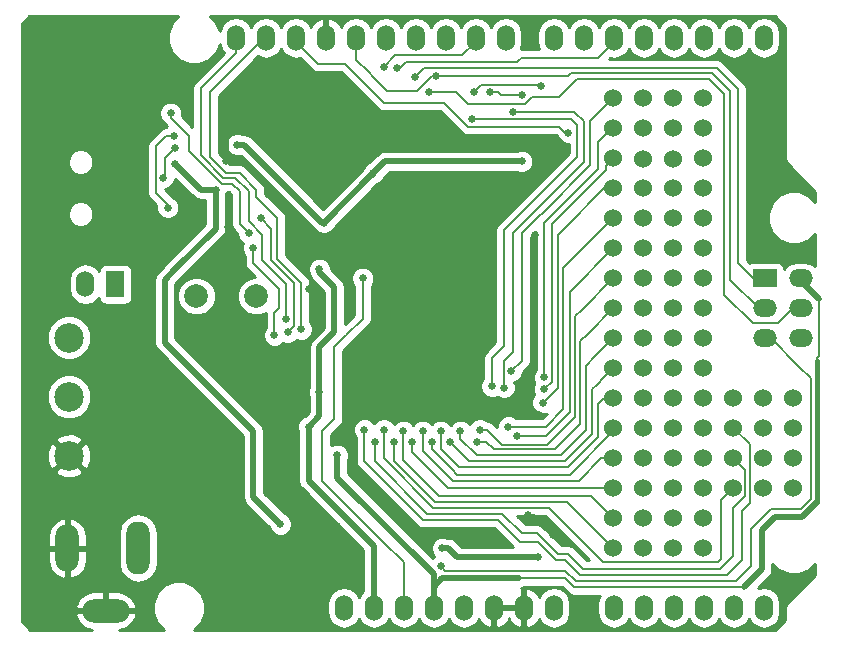
<source format=gbr>
G04 #@! TF.FileFunction,Copper,L2,Bot,Signal*
%FSLAX46Y46*%
G04 Gerber Fmt 4.6, Leading zero omitted, Abs format (unit mm)*
G04 Created by KiCad (PCBNEW (2015-02-03 BZR 5404)-product) date 01/09/2015 18:35:11*
%MOMM*%
G01*
G04 APERTURE LIST*
%ADD10C,0.254000*%
%ADD11O,1.524000X2.199640*%
%ADD12O,1.524000X2.197100*%
%ADD13O,4.000500X1.998980*%
%ADD14O,1.998980X4.000500*%
%ADD15O,1.998980X4.500880*%
%ADD16R,1.998980X1.524000*%
%ADD17O,1.998980X1.524000*%
%ADD18C,1.998980*%
%ADD19C,2.500000*%
%ADD20C,1.524000*%
%ADD21R,1.524000X2.199640*%
%ADD22C,0.680800*%
%ADD23C,0.203200*%
%ADD24C,0.508000*%
%ADD25C,0.381000*%
G04 APERTURE END LIST*
D10*
D11*
X143421100Y-129133600D03*
X145961100Y-129133600D03*
X148501100Y-129133600D03*
X151041100Y-129133600D03*
X153581100Y-129133600D03*
X156121100Y-129133600D03*
X158661100Y-129133600D03*
X161201100Y-129133600D03*
X166281100Y-129133600D03*
X168821100Y-129133600D03*
X171361100Y-129133600D03*
X173901100Y-129133600D03*
X176441100Y-129133600D03*
X178981100Y-129133600D03*
D12*
X178981100Y-80873600D03*
X176441100Y-80873600D03*
X173901100Y-80873600D03*
X171361100Y-80873600D03*
X168821100Y-80873600D03*
X166281100Y-80873600D03*
X163741100Y-80873600D03*
X161201100Y-80873600D03*
X157137100Y-80873600D03*
X154597100Y-80873600D03*
X152057100Y-80873600D03*
X149517100Y-80873600D03*
X146977100Y-80873600D03*
X144437100Y-80873600D03*
X141897100Y-80873600D03*
X139359640Y-80873600D03*
X136817100Y-80873600D03*
X134277100Y-80873600D03*
D13*
X123261120Y-129379980D03*
D14*
X120009920Y-124079000D03*
D15*
X126011940Y-124079000D03*
D16*
X179075080Y-101219000D03*
D17*
X182112920Y-101219000D03*
X179075080Y-103759000D03*
X182112920Y-103759000D03*
X179075080Y-106299000D03*
X182112920Y-106299000D03*
D18*
X130937000Y-102743000D03*
X136017000Y-102743000D03*
D19*
X120142000Y-116252000D03*
X120142000Y-106252000D03*
X120142000Y-111252000D03*
D20*
X166243000Y-118999000D03*
X166243000Y-121539000D03*
X168783000Y-121539000D03*
X166243000Y-124079000D03*
X168783000Y-124079000D03*
X171323000Y-121539000D03*
X173863000Y-121539000D03*
X171323000Y-124079000D03*
X173863000Y-124079000D03*
X166243000Y-85979000D03*
X168783000Y-85979000D03*
X166243000Y-88519000D03*
X168783000Y-88519000D03*
X166243000Y-91059000D03*
X168783000Y-91122500D03*
X166243000Y-93599000D03*
X168783000Y-93599000D03*
X171323000Y-85979000D03*
X173863000Y-85979000D03*
X171323000Y-88519000D03*
X173863000Y-88519000D03*
X171323000Y-91122500D03*
X173863000Y-91059000D03*
X171323000Y-93599000D03*
X173863000Y-93599000D03*
X176403000Y-111379000D03*
X176403000Y-113919000D03*
X176403000Y-116459000D03*
X176403000Y-118999000D03*
X178943000Y-111379000D03*
X181483000Y-111379000D03*
X178943000Y-113919000D03*
X181483000Y-113919000D03*
X178943000Y-116459000D03*
X181483000Y-116459000D03*
X178943000Y-118999000D03*
X181483000Y-118999000D03*
X173863000Y-118999000D03*
X171323000Y-118999000D03*
X173863000Y-116459000D03*
X171323000Y-116459000D03*
X173863000Y-113919000D03*
X171323000Y-113919000D03*
X173863000Y-111379000D03*
X171323000Y-111379000D03*
X173863000Y-108839000D03*
X171323000Y-108839000D03*
X173863000Y-106299000D03*
X171323000Y-106299000D03*
X173863000Y-103759000D03*
X171323000Y-103759000D03*
X173863000Y-101219000D03*
X171323000Y-101219000D03*
X173863000Y-98679000D03*
X171323000Y-98679000D03*
X173863000Y-96139000D03*
X171323000Y-96139000D03*
X168783000Y-118999000D03*
X168783000Y-116459000D03*
X166243000Y-116459000D03*
X168783000Y-113919000D03*
X166243000Y-113919000D03*
X168783000Y-111379000D03*
X166243000Y-111379000D03*
X168783000Y-108839000D03*
X166243000Y-108839000D03*
X168783000Y-106299000D03*
X166243000Y-106299000D03*
X168783000Y-103759000D03*
X166243000Y-103759000D03*
X168783000Y-101219000D03*
X166243000Y-101219000D03*
X168783000Y-98679000D03*
X166243000Y-98679000D03*
X168783000Y-96139000D03*
X166243000Y-96139000D03*
D21*
X124079000Y-101727000D03*
D11*
X121539000Y-101727000D03*
D22*
X138557000Y-104648000D03*
X139827000Y-105537000D03*
X151638000Y-125603000D03*
X145034000Y-101219000D03*
X141351000Y-110871000D03*
X140462000Y-113792000D03*
X142875000Y-116205000D03*
X141732000Y-96520000D03*
X145923000Y-92329000D03*
X158496000Y-91313000D03*
X134366000Y-89916000D03*
X141351000Y-100457000D03*
X133731000Y-94234000D03*
X139573000Y-83947000D03*
X152908000Y-88646000D03*
X126377000Y-99683000D03*
X126111000Y-109728000D03*
X128651000Y-125095000D03*
X134366000Y-118491000D03*
X140462000Y-121031000D03*
X141986000Y-125222000D03*
X142875000Y-122174000D03*
X147701000Y-120777000D03*
X131826000Y-104648000D03*
X140081000Y-91567000D03*
X133477000Y-91313000D03*
X154813000Y-122809000D03*
X149225000Y-122809000D03*
X135382000Y-83693000D03*
X160147000Y-112903000D03*
X159258000Y-112649000D03*
X158496000Y-112903000D03*
X134747000Y-110490000D03*
X135255000Y-107950000D03*
X136271000Y-104775000D03*
X140462000Y-99568000D03*
X139954000Y-98171000D03*
X143256000Y-97028000D03*
X142494000Y-94234000D03*
X140081000Y-98933000D03*
X143637000Y-112395000D03*
X143510000Y-114681000D03*
X140081000Y-111760000D03*
X143637000Y-113411000D03*
X146812000Y-104267000D03*
X146812000Y-109347000D03*
X153670000Y-109347000D03*
X155448000Y-104521000D03*
X155194000Y-100330000D03*
X145796000Y-99314000D03*
X149352000Y-100711000D03*
X140462000Y-102108000D03*
X133604000Y-98298000D03*
X133604000Y-99695000D03*
X133604000Y-96901000D03*
X161163000Y-122936000D03*
X159004000Y-121285000D03*
X159639000Y-97536000D03*
X157607000Y-94488000D03*
X160909000Y-90424000D03*
X129159000Y-91567000D03*
X138049000Y-122047000D03*
X132588000Y-93726000D03*
X158496000Y-85725000D03*
X155765520Y-85471000D03*
X160147000Y-84963000D03*
X154432000Y-85471000D03*
X150622000Y-85471000D03*
X149479000Y-84201000D03*
X147955000Y-83439000D03*
X146812000Y-83312000D03*
X138684000Y-105791000D03*
X136398000Y-96139000D03*
X135763000Y-98679000D03*
X137541000Y-106045000D03*
X155956000Y-110363000D03*
X154305000Y-87757000D03*
X146050000Y-115062000D03*
X146812000Y-114046000D03*
X147701000Y-115062000D03*
X148463000Y-114173000D03*
X149225000Y-115062000D03*
X150114000Y-114173000D03*
X150876000Y-115062000D03*
X151638000Y-114173000D03*
X151257000Y-84074000D03*
X157734000Y-87122000D03*
X156989370Y-110492171D03*
X145161000Y-114046000D03*
X152400000Y-115062000D03*
X153289000Y-114173000D03*
X154686000Y-115062000D03*
X154940000Y-114046000D03*
X158115000Y-114554000D03*
X157353000Y-113792000D03*
X160274000Y-111760000D03*
X160401000Y-110617000D03*
X160401000Y-109601000D03*
X157607000Y-109093000D03*
X162433000Y-88900000D03*
X135382000Y-97409000D03*
X128778000Y-87249000D03*
X129159000Y-90170000D03*
X128143000Y-92710000D03*
X129032000Y-89154000D03*
X128524000Y-95250000D03*
X151765000Y-124079000D03*
X159893000Y-124841000D03*
D23*
X135382000Y-96393000D02*
X135382000Y-93853000D01*
X134239000Y-92710000D02*
X133223000Y-92710000D01*
X135382000Y-93853000D02*
X134239000Y-92710000D01*
X131318000Y-88773000D02*
X131318000Y-90805000D01*
X131318000Y-90805000D02*
X133223000Y-92710000D01*
X131318000Y-88773000D02*
X131318000Y-85090000D01*
X131318000Y-85090000D02*
X134277100Y-82130900D01*
X134277100Y-82130900D02*
X134277100Y-80873600D01*
X134277100Y-81210150D02*
X134277100Y-80873600D01*
X136525000Y-98933000D02*
X136525000Y-97536000D01*
X136525000Y-97536000D02*
X135382000Y-96393000D01*
X138557000Y-104648000D02*
X138557000Y-102743000D01*
X138557000Y-101727000D02*
X136525000Y-99695000D01*
X136525000Y-99695000D02*
X136525000Y-98933000D01*
X138557000Y-102743000D02*
X138557000Y-101727000D01*
X134112000Y-92329000D02*
X133477000Y-92329000D01*
X132080000Y-88900000D02*
X132080000Y-90932000D01*
X132080000Y-90932000D02*
X133477000Y-92329000D01*
X132080000Y-88900000D02*
X132080000Y-85471000D01*
X132080000Y-85471000D02*
X136677400Y-80873600D01*
X136677400Y-80873600D02*
X136817100Y-80873600D01*
X137795000Y-96139000D02*
X137287000Y-95631000D01*
X137795000Y-98171000D02*
X137795000Y-96139000D01*
X139827000Y-105537000D02*
X139827000Y-102489000D01*
X134620000Y-92329000D02*
X136017000Y-93726000D01*
X136017000Y-93726000D02*
X136017000Y-94361000D01*
X136017000Y-94361000D02*
X137287000Y-95631000D01*
X134112000Y-92329000D02*
X134620000Y-92329000D01*
X139827000Y-101600000D02*
X137795000Y-99568000D01*
X137795000Y-99568000D02*
X137795000Y-98171000D01*
X139827000Y-102489000D02*
X139827000Y-101600000D01*
X161544000Y-125984000D02*
X162179000Y-125984000D01*
X181991000Y-108712000D02*
X179578000Y-106299000D01*
X182118000Y-120777000D02*
X182943500Y-119951500D01*
X179578000Y-120777000D02*
X182118000Y-120777000D01*
X177927000Y-122428000D02*
X179578000Y-120777000D01*
X177927000Y-125603000D02*
X177927000Y-122428000D01*
X176657000Y-126873000D02*
X177927000Y-125603000D01*
X163068000Y-126873000D02*
X176657000Y-126873000D01*
X162179000Y-125984000D02*
X163068000Y-126873000D01*
X179578000Y-106299000D02*
X179324000Y-106299000D01*
X152019000Y-125984000D02*
X161544000Y-125984000D01*
X161544000Y-125984000D02*
X161798000Y-125984000D01*
X151638000Y-125603000D02*
X152019000Y-125984000D01*
X141605000Y-114173000D02*
X142621000Y-113157000D01*
X141605000Y-118364000D02*
X141605000Y-114173000D01*
X146685000Y-123444000D02*
X141605000Y-118364000D01*
X145034000Y-101219000D02*
X145034000Y-104648000D01*
X145034000Y-104648000D02*
X143637000Y-106045000D01*
X148501100Y-129133600D02*
X148501100Y-128435100D01*
X148501100Y-125260100D02*
X146685000Y-123444000D01*
X148501100Y-129133600D02*
X148501100Y-125260100D01*
X142621000Y-107061000D02*
X143637000Y-106045000D01*
X142621000Y-113157000D02*
X142621000Y-107061000D01*
X182943500Y-109664500D02*
X181991000Y-108712000D01*
X182943500Y-119951500D02*
X182943500Y-109664500D01*
X158242000Y-126619000D02*
X162179000Y-126619000D01*
D24*
X182245000Y-121412000D02*
X183451500Y-120205500D01*
X179959000Y-121412000D02*
X182245000Y-121412000D01*
X178816000Y-122555000D02*
X179959000Y-121412000D01*
X178816000Y-125857000D02*
X178816000Y-122555000D01*
X177292000Y-127381000D02*
X178816000Y-125857000D01*
D23*
X162941000Y-127381000D02*
X177292000Y-127381000D01*
X162179000Y-126619000D02*
X162941000Y-127381000D01*
D24*
X151041100Y-129133600D02*
X151041100Y-127342900D01*
X183642000Y-102997000D02*
X181864000Y-101219000D01*
D23*
X183642000Y-107823000D02*
X183642000Y-102997000D01*
D24*
X151765000Y-126619000D02*
X158242000Y-126619000D01*
X151041100Y-127342900D02*
X151765000Y-126619000D01*
X141351000Y-112903000D02*
X140462000Y-113792000D01*
X141351000Y-112903000D02*
X141351000Y-110871000D01*
X145961100Y-123863100D02*
X140462000Y-118364000D01*
X140462000Y-118364000D02*
X140462000Y-113792000D01*
X145961100Y-129133600D02*
X145961100Y-123863100D01*
X151041100Y-126276100D02*
X142875000Y-118110000D01*
X142875000Y-118110000D02*
X142875000Y-116205000D01*
X151041100Y-129133600D02*
X151041100Y-126276100D01*
X145923000Y-92329000D02*
X145923000Y-92456000D01*
X145923000Y-92456000D02*
X145923000Y-92329000D01*
X145923000Y-92329000D02*
X145923000Y-92456000D01*
X141732000Y-96520000D02*
X145923000Y-92329000D01*
X146939000Y-91313000D02*
X145923000Y-92329000D01*
X158496000Y-91313000D02*
X146939000Y-91313000D01*
X135001000Y-89916000D02*
X141605000Y-96520000D01*
X134366000Y-89916000D02*
X135001000Y-89916000D01*
X141605000Y-96520000D02*
X141732000Y-96520000D01*
X142621000Y-105791000D02*
X142621000Y-103124000D01*
X141351000Y-107061000D02*
X142621000Y-105791000D01*
X141351000Y-110871000D02*
X141351000Y-109220000D01*
X141351000Y-109220000D02*
X141351000Y-108839000D01*
X141351000Y-108839000D02*
X141351000Y-107061000D01*
X141351000Y-100711000D02*
X142621000Y-101981000D01*
X142621000Y-101981000D02*
X142621000Y-103124000D01*
X141351000Y-100457000D02*
X141351000Y-100711000D01*
D25*
X183451500Y-120205500D02*
X183451500Y-108204000D01*
D23*
X183451500Y-108013500D02*
X183642000Y-107823000D01*
X183451500Y-108204000D02*
X183451500Y-108013500D01*
D25*
X139573000Y-83947000D02*
X143129000Y-83947000D01*
X147828000Y-88646000D02*
X152908000Y-88646000D01*
X143129000Y-83947000D02*
X147828000Y-88646000D01*
X126377000Y-99683000D02*
X126365000Y-99695000D01*
X139446000Y-91567000D02*
X140081000Y-91567000D01*
X136652000Y-88773000D02*
X139446000Y-91567000D01*
X133731000Y-88773000D02*
X136652000Y-88773000D01*
X133477000Y-89027000D02*
X133731000Y-88773000D01*
X133477000Y-91313000D02*
X133477000Y-89027000D01*
X154813000Y-122809000D02*
X149225000Y-122809000D01*
X135636000Y-83947000D02*
X135382000Y-83693000D01*
X139573000Y-83947000D02*
X135636000Y-83947000D01*
X159893000Y-112649000D02*
X160147000Y-112903000D01*
X159258000Y-112649000D02*
X159893000Y-112649000D01*
X140081000Y-99187000D02*
X140462000Y-99568000D01*
X139954000Y-98171000D02*
X139954000Y-98806000D01*
X143256000Y-97282000D02*
X142367000Y-98171000D01*
X142367000Y-98171000D02*
X139954000Y-98171000D01*
X140081000Y-91567000D02*
X140081000Y-91821000D01*
X140081000Y-91821000D02*
X142494000Y-94234000D01*
X143256000Y-97028000D02*
X143256000Y-97282000D01*
X139954000Y-98806000D02*
X140081000Y-98933000D01*
X140081000Y-98933000D02*
X140081000Y-99187000D01*
X143637000Y-112395000D02*
X143637000Y-113411000D01*
X149352000Y-101727000D02*
X146812000Y-104267000D01*
X146812000Y-109347000D02*
X153670000Y-109347000D01*
X155448000Y-104521000D02*
X155194000Y-104267000D01*
X155194000Y-104267000D02*
X155194000Y-100330000D01*
X149352000Y-100711000D02*
X149352000Y-101727000D01*
D23*
X133604000Y-96901000D02*
X133604000Y-98298000D01*
X159512000Y-121285000D02*
X161163000Y-122936000D01*
X159004000Y-121285000D02*
X159512000Y-121285000D01*
X155194000Y-100330000D02*
X155194000Y-96901000D01*
X155194000Y-96901000D02*
X157607000Y-94488000D01*
X157607000Y-94361000D02*
X160909000Y-91059000D01*
X160909000Y-91059000D02*
X160909000Y-90424000D01*
X157607000Y-94488000D02*
X157607000Y-94361000D01*
D24*
X131318000Y-93726000D02*
X132588000Y-93726000D01*
X129159000Y-91567000D02*
X131318000Y-93726000D01*
X138049000Y-122047000D02*
X135763000Y-119761000D01*
X135763000Y-114173000D02*
X130429000Y-108839000D01*
X135763000Y-119761000D02*
X135763000Y-114173000D01*
X132588000Y-93726000D02*
X132588000Y-97028000D01*
X132588000Y-97028000D02*
X129159000Y-100457000D01*
X128270000Y-106680000D02*
X128270000Y-101346000D01*
X128270000Y-101346000D02*
X129159000Y-100457000D01*
X130429000Y-108839000D02*
X128270000Y-106680000D01*
D23*
X156464000Y-85471000D02*
X155765520Y-85471000D01*
X156718000Y-85725000D02*
X156464000Y-85471000D01*
X158496000Y-85725000D02*
X156718000Y-85725000D01*
X154432000Y-85471000D02*
X155067000Y-84836000D01*
X155067000Y-84836000D02*
X155702000Y-84836000D01*
X160020000Y-84836000D02*
X160147000Y-84963000D01*
X155702000Y-84836000D02*
X160020000Y-84836000D01*
X181864000Y-103759000D02*
X181483000Y-103759000D01*
X175641000Y-102616000D02*
X175641000Y-101346000D01*
X178054000Y-105029000D02*
X175641000Y-102616000D01*
X159766000Y-85852000D02*
X159385000Y-85852000D01*
X153924000Y-86487000D02*
X153416000Y-85979000D01*
X158750000Y-86487000D02*
X153924000Y-86487000D01*
X159385000Y-85852000D02*
X158750000Y-86487000D01*
X160401000Y-85852000D02*
X159766000Y-85852000D01*
X181483000Y-103759000D02*
X180213000Y-105029000D01*
X180213000Y-105029000D02*
X178181000Y-105029000D01*
X175641000Y-101346000D02*
X175641000Y-85598000D01*
X175641000Y-85598000D02*
X174371000Y-84328000D01*
X174371000Y-84328000D02*
X163195000Y-84328000D01*
X163195000Y-84328000D02*
X161671000Y-85852000D01*
X161671000Y-85852000D02*
X160401000Y-85852000D01*
X178181000Y-105029000D02*
X178054000Y-105029000D01*
X152908000Y-85471000D02*
X153416000Y-85979000D01*
X150622000Y-85471000D02*
X152908000Y-85471000D01*
X152781000Y-83439000D02*
X150622000Y-83439000D01*
X179324000Y-101219000D02*
X178054000Y-101219000D01*
X175006000Y-83439000D02*
X162306000Y-83439000D01*
X176784000Y-85217000D02*
X175006000Y-83439000D01*
X176784000Y-99949000D02*
X176784000Y-85217000D01*
X178054000Y-101219000D02*
X176784000Y-99949000D01*
X162306000Y-83439000D02*
X162052000Y-83439000D01*
X150241000Y-83439000D02*
X149479000Y-84201000D01*
X150622000Y-83439000D02*
X150241000Y-83439000D01*
X152781000Y-83439000D02*
X162052000Y-83439000D01*
X166281100Y-80873600D02*
X166281100Y-81241900D01*
X158115000Y-82931000D02*
X158369000Y-82677000D01*
X148717000Y-82931000D02*
X158115000Y-82931000D01*
X148209000Y-83439000D02*
X148717000Y-82931000D01*
X166281100Y-81241900D02*
X164973000Y-82550000D01*
X164973000Y-82550000D02*
X158496000Y-82550000D01*
X158496000Y-82550000D02*
X158369000Y-82677000D01*
X147955000Y-83439000D02*
X148209000Y-83439000D01*
X147764499Y-82359501D02*
X146812000Y-83312000D01*
X153447749Y-82359501D02*
X147764499Y-82359501D01*
X154597100Y-81210150D02*
X153447749Y-82359501D01*
X154597100Y-80873600D02*
X154597100Y-81210150D01*
X138684000Y-105791000D02*
X139192000Y-105283000D01*
X137287000Y-97536000D02*
X137287000Y-97028000D01*
X137287000Y-98425000D02*
X137287000Y-97536000D01*
X139192000Y-105283000D02*
X139192000Y-105029000D01*
X139192000Y-105029000D02*
X139192000Y-104394000D01*
X139192000Y-104394000D02*
X139192000Y-103886000D01*
X137287000Y-97028000D02*
X137287000Y-97536000D01*
X136398000Y-96139000D02*
X137287000Y-97028000D01*
X139192000Y-101600000D02*
X137287000Y-99695000D01*
X137287000Y-99695000D02*
X137287000Y-98425000D01*
X139192000Y-103886000D02*
X139192000Y-101600000D01*
X135763000Y-99949000D02*
X135763000Y-98679000D01*
X137414000Y-101600000D02*
X135763000Y-99949000D01*
X137541000Y-104140000D02*
X137922000Y-103759000D01*
X137922000Y-103759000D02*
X137922000Y-102108000D01*
X137922000Y-102108000D02*
X137414000Y-101600000D01*
X137541000Y-106045000D02*
X137541000Y-104140000D01*
X158369000Y-87757000D02*
X162687000Y-87757000D01*
X162687000Y-87757000D02*
X163195000Y-88265000D01*
X156972000Y-106172000D02*
X156972000Y-97155000D01*
X163195000Y-88900000D02*
X163195000Y-88265000D01*
X155956000Y-110363000D02*
X155956000Y-107950000D01*
X156972000Y-106934000D02*
X156972000Y-106172000D01*
X155956000Y-107950000D02*
X156972000Y-106934000D01*
X163195000Y-90932000D02*
X163195000Y-88900000D01*
X156972000Y-97155000D02*
X163195000Y-90932000D01*
X154305000Y-87757000D02*
X158242000Y-87757000D01*
X158242000Y-87757000D02*
X158369000Y-87757000D01*
X177419001Y-119633999D02*
X177419001Y-117475001D01*
X176403000Y-120650000D02*
X177419001Y-119633999D01*
X176403000Y-124714000D02*
X176403000Y-120650000D01*
X175260000Y-125857000D02*
X176403000Y-124714000D01*
X163703000Y-125857000D02*
X175260000Y-125857000D01*
X162687000Y-124841000D02*
X163703000Y-125857000D01*
X150495000Y-121158000D02*
X155448000Y-121158000D01*
X146050000Y-116713000D02*
X150495000Y-121158000D01*
X177419001Y-117475001D02*
X176403000Y-116459000D01*
X146050000Y-115062000D02*
X146050000Y-116713000D01*
X156845000Y-121158000D02*
X158496000Y-122809000D01*
X155448000Y-121158000D02*
X156845000Y-121158000D01*
X159766000Y-122809000D02*
X161544000Y-124587000D01*
X161544000Y-124587000D02*
X162433000Y-124587000D01*
X162433000Y-124587000D02*
X162687000Y-124841000D01*
X158496000Y-122809000D02*
X159766000Y-122809000D01*
X175387000Y-120015000D02*
X176403000Y-118999000D01*
X175387000Y-124968000D02*
X175387000Y-120015000D01*
X175133000Y-125222000D02*
X175387000Y-124968000D01*
X165354000Y-125222000D02*
X175133000Y-125222000D01*
X160782000Y-120650000D02*
X165354000Y-125222000D01*
X151003000Y-120650000D02*
X160782000Y-120650000D01*
X146812000Y-116459000D02*
X151003000Y-120650000D01*
X146812000Y-114046000D02*
X146812000Y-116459000D01*
X162971614Y-120807614D02*
X166243000Y-124079000D01*
X147701000Y-116713000D02*
X150749000Y-119761000D01*
X147701000Y-115062000D02*
X147701000Y-116713000D01*
X151130000Y-120142000D02*
X162306000Y-120142000D01*
X162306000Y-120142000D02*
X162971614Y-120807614D01*
X150749000Y-119761000D02*
X151130000Y-120142000D01*
X166243000Y-121539000D02*
X164338000Y-119634000D01*
X164338000Y-119634000D02*
X151511000Y-119634000D01*
X148463000Y-116586000D02*
X148463000Y-114173000D01*
X151511000Y-119634000D02*
X148463000Y-116586000D01*
X149225000Y-115951000D02*
X149225000Y-115062000D01*
X152273000Y-118999000D02*
X149225000Y-115951000D01*
X166243000Y-118999000D02*
X152273000Y-118999000D01*
X152146000Y-117856000D02*
X150114000Y-115824000D01*
X150114000Y-115824000D02*
X150114000Y-114173000D01*
X152654000Y-118364000D02*
X163322000Y-118364000D01*
X163322000Y-118364000D02*
X165227000Y-116459000D01*
X165227000Y-116459000D02*
X166243000Y-116459000D01*
X152146000Y-117856000D02*
X152654000Y-118364000D01*
X150876000Y-115690617D02*
X152530192Y-117344809D01*
X150876000Y-115062000D02*
X150876000Y-115690617D01*
X166243000Y-114173000D02*
X166243000Y-113919000D01*
X152530192Y-117351192D02*
X153035000Y-117856000D01*
X153035000Y-117856000D02*
X162560000Y-117856000D01*
X162560000Y-117856000D02*
X166243000Y-114173000D01*
X152530192Y-117344809D02*
X152530192Y-117351192D01*
X166243000Y-111379000D02*
X165481000Y-111379000D01*
X165481000Y-111379000D02*
X164973000Y-111887000D01*
X164973000Y-111887000D02*
X164973000Y-114046000D01*
X151638000Y-115316000D02*
X151638000Y-114173000D01*
X164973000Y-114681000D02*
X162433000Y-117221000D01*
X162433000Y-117221000D02*
X153162000Y-117221000D01*
X153162000Y-117221000D02*
X151638000Y-115697000D01*
X151638000Y-115697000D02*
X151638000Y-115316000D01*
X164973000Y-114046000D02*
X164973000Y-114681000D01*
X144437100Y-82715100D02*
X144437100Y-80873600D01*
X145923000Y-84201000D02*
X145521640Y-83799640D01*
X145521640Y-83799640D02*
X144437100Y-82715100D01*
X174625000Y-83820000D02*
X163195000Y-83820000D01*
X176149000Y-85344000D02*
X174625000Y-83820000D01*
X176149000Y-99568000D02*
X176149000Y-85344000D01*
X162560000Y-83947000D02*
X162687000Y-83820000D01*
X162687000Y-83820000D02*
X163195000Y-83820000D01*
X151257000Y-84074000D02*
X152146000Y-84074000D01*
X176149000Y-101346000D02*
X176149000Y-99568000D01*
X178562000Y-103759000D02*
X176149000Y-101346000D01*
X179324000Y-103759000D02*
X178562000Y-103759000D01*
X150876000Y-84074000D02*
X149606000Y-85344000D01*
X149606000Y-85344000D02*
X147066000Y-85344000D01*
X147066000Y-85344000D02*
X145923000Y-84201000D01*
X151257000Y-84074000D02*
X150876000Y-84074000D01*
X162433000Y-84074000D02*
X162560000Y-83947000D01*
X152146000Y-84074000D02*
X162433000Y-84074000D01*
X163766500Y-91376500D02*
X163766500Y-87947500D01*
X162941000Y-87122000D02*
X162306000Y-87122000D01*
X163766500Y-87947500D02*
X162941000Y-87122000D01*
X158623000Y-87122000D02*
X162306000Y-87122000D01*
X157734000Y-87122000D02*
X158623000Y-87122000D01*
X156989370Y-110492171D02*
X156989370Y-108221370D01*
X157734000Y-107476740D02*
X157734000Y-106680000D01*
X156989370Y-108221370D02*
X157734000Y-107476740D01*
X157734000Y-97409000D02*
X163766500Y-91376500D01*
X157734000Y-106680000D02*
X157734000Y-97409000D01*
X177774611Y-115290611D02*
X176403000Y-113919000D01*
X177165000Y-120904000D02*
X177774611Y-120294389D01*
X175895000Y-126365000D02*
X177165000Y-125095000D01*
X163449000Y-126365000D02*
X175895000Y-126365000D01*
X162179000Y-125095000D02*
X163449000Y-126365000D01*
X177774611Y-120294389D02*
X177774611Y-115290611D01*
X150114000Y-121666000D02*
X153035000Y-121666000D01*
X145161000Y-116713000D02*
X150114000Y-121666000D01*
X177165000Y-125095000D02*
X177165000Y-120904000D01*
X145161000Y-114046000D02*
X145161000Y-116713000D01*
X156464000Y-121666000D02*
X157988000Y-123190000D01*
X153035000Y-121666000D02*
X156464000Y-121666000D01*
X158369000Y-123571000D02*
X159893000Y-123571000D01*
X159893000Y-123571000D02*
X161417000Y-125095000D01*
X161417000Y-125095000D02*
X162179000Y-125095000D01*
X157988000Y-123190000D02*
X158369000Y-123571000D01*
X152400000Y-115062000D02*
X154051000Y-116713000D01*
X154051000Y-116713000D02*
X162179000Y-116713000D01*
X162179000Y-116713000D02*
X164465000Y-114427000D01*
X164846000Y-110236000D02*
X165481001Y-109600999D01*
X165481001Y-109600999D02*
X166243000Y-108839000D01*
X164465000Y-110617000D02*
X164846000Y-110236000D01*
X164465000Y-114427000D02*
X164465000Y-110617000D01*
X163893500Y-114109500D02*
X161798000Y-116205000D01*
X166243000Y-106299000D02*
X164719000Y-107823000D01*
X161798000Y-116205000D02*
X154692383Y-116205000D01*
X154692383Y-116205000D02*
X153289000Y-114801617D01*
X153289000Y-114801617D02*
X153289000Y-114173000D01*
X163893500Y-108648500D02*
X164719000Y-107823000D01*
X163893500Y-114109500D02*
X163893500Y-108648500D01*
X163449000Y-113538000D02*
X161290000Y-115697000D01*
X166243000Y-103759000D02*
X164084000Y-105918000D01*
X155491800Y-115062000D02*
X156126800Y-115697000D01*
X154686000Y-115062000D02*
X155491800Y-115062000D01*
X161290000Y-115697000D02*
X156126800Y-115697000D01*
X163449000Y-106553000D02*
X164084000Y-105918000D01*
X163449000Y-113538000D02*
X163449000Y-106553000D01*
X163004500Y-108077000D02*
X163004500Y-104457500D01*
X163004500Y-104457500D02*
X163576000Y-103886000D01*
X166243000Y-101219000D02*
X163576000Y-103886000D01*
X163004500Y-112966500D02*
X160655000Y-115316000D01*
X160655000Y-115316000D02*
X156838617Y-115316000D01*
X156838617Y-115316000D02*
X155568617Y-114046000D01*
X155568617Y-114046000D02*
X154940000Y-114046000D01*
X163004500Y-112966500D02*
X163004500Y-108077000D01*
X162560000Y-108331000D02*
X162560000Y-103124000D01*
X160528000Y-114554000D02*
X162560000Y-112522000D01*
X158115000Y-114554000D02*
X160528000Y-114554000D01*
X162560000Y-112522000D02*
X162560000Y-108331000D01*
X162560000Y-102362000D02*
X166243000Y-98679000D01*
X162560000Y-103124000D02*
X162560000Y-102362000D01*
X161988500Y-108077000D02*
X161988500Y-101727000D01*
X160528000Y-113792000D02*
X161988500Y-112331500D01*
X157353000Y-113792000D02*
X160528000Y-113792000D01*
X161988500Y-112331500D02*
X161988500Y-108077000D01*
X161988500Y-100393500D02*
X166243000Y-96139000D01*
X161988500Y-101727000D02*
X161988500Y-100393500D01*
X161544000Y-109220000D02*
X161544000Y-97536000D01*
X161544000Y-97536000D02*
X162052000Y-97028000D01*
X161544000Y-110490000D02*
X161544000Y-110109000D01*
X160274000Y-111760000D02*
X161544000Y-110490000D01*
X161544000Y-110109000D02*
X161544000Y-109220000D01*
X165481000Y-93599000D02*
X162052000Y-97028000D01*
X166243000Y-93599000D02*
X165481000Y-93599000D01*
X162750500Y-94932500D02*
X163957000Y-93726000D01*
X165608000Y-91694000D02*
X166243000Y-91059000D01*
X165608000Y-92075000D02*
X165608000Y-91694000D01*
X165100000Y-92583000D02*
X165608000Y-92075000D01*
X163957000Y-93726000D02*
X165100000Y-92583000D01*
X161036000Y-109220000D02*
X161036000Y-96647000D01*
X161036000Y-96647000D02*
X161671000Y-96012000D01*
X161036000Y-109474000D02*
X161036000Y-109220000D01*
X160401000Y-110617000D02*
X160337500Y-110553500D01*
X160337500Y-110553500D02*
X160464500Y-110553500D01*
X160464500Y-110553500D02*
X161036000Y-109982000D01*
X161036000Y-109982000D02*
X161036000Y-109474000D01*
X161671000Y-96012000D02*
X162750500Y-94932500D01*
X161290000Y-95631000D02*
X162687000Y-94234000D01*
X164973000Y-89662000D02*
X166116000Y-88519000D01*
X164973000Y-91186000D02*
X164973000Y-89662000D01*
X164973000Y-91948000D02*
X164973000Y-91186000D01*
X164338000Y-92583000D02*
X164973000Y-91948000D01*
X162687000Y-94234000D02*
X164338000Y-92583000D01*
X166116000Y-88519000D02*
X166243000Y-88519000D01*
X160401000Y-108585000D02*
X160401000Y-96520000D01*
X160401000Y-96520000D02*
X160655000Y-96266000D01*
X160655000Y-96266000D02*
X161290000Y-95631000D01*
X160401000Y-109601000D02*
X160401000Y-108585000D01*
X164282143Y-91638143D02*
X164282143Y-87939857D01*
X164282143Y-87939857D02*
X164973000Y-87249000D01*
X165481001Y-86740999D02*
X166243000Y-85979000D01*
X164973000Y-87249000D02*
X165481001Y-86740999D01*
X159258000Y-96647000D02*
X160147000Y-95758000D01*
X160162286Y-95758000D02*
X164282143Y-91638143D01*
X160147000Y-95758000D02*
X160162286Y-95758000D01*
X157607000Y-109093000D02*
X158496000Y-108204000D01*
X158496000Y-108204000D02*
X158496000Y-97409000D01*
X158496000Y-97409000D02*
X159258000Y-96647000D01*
X162433000Y-88900000D02*
X162179000Y-88900000D01*
X151892000Y-86360000D02*
X150114000Y-86360000D01*
X153924000Y-88392000D02*
X151892000Y-86360000D01*
X161671000Y-88392000D02*
X153924000Y-88392000D01*
X162179000Y-88900000D02*
X161671000Y-88392000D01*
X150114000Y-86360000D02*
X146812000Y-86360000D01*
X139359640Y-80873600D02*
X139359640Y-81210150D01*
X141207490Y-83058000D02*
X143510000Y-83058000D01*
X145288000Y-84836000D02*
X146812000Y-86360000D01*
X143510000Y-83058000D02*
X145288000Y-84836000D01*
X139359640Y-81210150D02*
X141207490Y-83058000D01*
X133096000Y-93218000D02*
X133985000Y-93218000D01*
X134620000Y-93853000D02*
X134620000Y-94361000D01*
X133985000Y-93218000D02*
X134620000Y-93853000D01*
X135382000Y-97409000D02*
X134620000Y-96647000D01*
X134620000Y-96647000D02*
X134620000Y-95250000D01*
X134620000Y-95250000D02*
X134620000Y-94361000D01*
X128778000Y-87630000D02*
X128778000Y-87249000D01*
X130302000Y-89154000D02*
X128778000Y-87630000D01*
X130302000Y-90424000D02*
X130302000Y-89154000D01*
X133096000Y-93218000D02*
X130302000Y-90424000D01*
X128270000Y-91821000D02*
X128270000Y-91059000D01*
X128270000Y-91059000D02*
X129159000Y-90170000D01*
X128270000Y-92583000D02*
X128270000Y-91821000D01*
X128270000Y-91821000D02*
X128270000Y-91313000D01*
X128143000Y-92710000D02*
X128270000Y-92583000D01*
X127508000Y-92583000D02*
X127508000Y-90043000D01*
X128397000Y-89154000D02*
X129032000Y-89154000D01*
X127508000Y-90043000D02*
X128397000Y-89154000D01*
X128524000Y-95250000D02*
X128524000Y-94996000D01*
X127508000Y-93980000D02*
X127508000Y-92583000D01*
X128524000Y-94996000D02*
X127508000Y-93980000D01*
D24*
X152273000Y-124079000D02*
X153035000Y-124841000D01*
X153035000Y-124841000D02*
X159893000Y-124841000D01*
X151765000Y-124079000D02*
X152273000Y-124079000D01*
D10*
G36*
X128828371Y-79606528D02*
X128487559Y-80427294D01*
X128486783Y-81316007D01*
X128826162Y-82137366D01*
X129454028Y-82766329D01*
X130274794Y-83107141D01*
X131163507Y-83107917D01*
X131984866Y-82768538D01*
X132613829Y-82140672D01*
X132914436Y-81416731D01*
X132986440Y-81778721D01*
X133227219Y-82139071D01*
X130797145Y-84569145D01*
X130637470Y-84808115D01*
X130581400Y-85090000D01*
X130581400Y-88391690D01*
X129718124Y-87528414D01*
X129753230Y-87443870D01*
X129753569Y-87055832D01*
X129605386Y-86697202D01*
X129331241Y-86422578D01*
X128972870Y-86273770D01*
X128584832Y-86273431D01*
X128226202Y-86421614D01*
X127951578Y-86695759D01*
X127802770Y-87054130D01*
X127802431Y-87442168D01*
X127950614Y-87800798D01*
X128170270Y-88020838D01*
X128257145Y-88150855D01*
X128456532Y-88350242D01*
X128387331Y-88419323D01*
X128115115Y-88473470D01*
X127898639Y-88618115D01*
X127876145Y-88633145D01*
X126987145Y-89522145D01*
X126827470Y-89761115D01*
X126771400Y-90043000D01*
X126771400Y-93980000D01*
X126827470Y-94261885D01*
X126987145Y-94500855D01*
X127548764Y-95062474D01*
X127548431Y-95443168D01*
X127696614Y-95801798D01*
X127970759Y-96076422D01*
X128329130Y-96225230D01*
X128717168Y-96225569D01*
X129075798Y-96077386D01*
X129350422Y-95803241D01*
X129499230Y-95444870D01*
X129499569Y-95056832D01*
X129351386Y-94698202D01*
X129077241Y-94423578D01*
X128933674Y-94363964D01*
X128255208Y-93685498D01*
X128336168Y-93685569D01*
X128694798Y-93537386D01*
X128969422Y-93263241D01*
X129118230Y-92904870D01*
X129118336Y-92783572D01*
X130689382Y-94354618D01*
X130977794Y-94547329D01*
X131318000Y-94615000D01*
X131699000Y-94615000D01*
X131699000Y-96659764D01*
X127641382Y-100717382D01*
X127448671Y-101005794D01*
X127381000Y-101346000D01*
X127381000Y-106680000D01*
X127448671Y-107020206D01*
X127579420Y-107215885D01*
X127641382Y-107308618D01*
X134874000Y-114541236D01*
X134874000Y-119761000D01*
X134941671Y-120101206D01*
X135045198Y-120256145D01*
X135134382Y-120389618D01*
X137135746Y-122390982D01*
X137221614Y-122598798D01*
X137495759Y-122873422D01*
X137854130Y-123022230D01*
X138242168Y-123022569D01*
X138600798Y-122874386D01*
X138875422Y-122600241D01*
X139024230Y-122241870D01*
X139024569Y-121853832D01*
X138876386Y-121495202D01*
X138602241Y-121220578D01*
X138392880Y-121133644D01*
X136652000Y-119392764D01*
X136652000Y-114173000D01*
X136584329Y-113832794D01*
X136391618Y-113544382D01*
X129159000Y-106311764D01*
X129159000Y-103066694D01*
X129302226Y-103066694D01*
X129550538Y-103667655D01*
X130009927Y-104127846D01*
X130610453Y-104377206D01*
X131260694Y-104377774D01*
X131861655Y-104129462D01*
X132321846Y-103670073D01*
X132571206Y-103069547D01*
X132571774Y-102419306D01*
X132323462Y-101818345D01*
X131864073Y-101358154D01*
X131263547Y-101108794D01*
X130613306Y-101108226D01*
X130012345Y-101356538D01*
X129552154Y-101815927D01*
X129302794Y-102416453D01*
X129302226Y-103066694D01*
X129159000Y-103066694D01*
X129159000Y-101714236D01*
X133216618Y-97656618D01*
X133409329Y-97368206D01*
X133477000Y-97028000D01*
X133477000Y-94128536D01*
X133549224Y-93954600D01*
X133679890Y-93954600D01*
X133883400Y-94158110D01*
X133883400Y-96647000D01*
X133939470Y-96928885D01*
X134099145Y-97167855D01*
X134406542Y-97475252D01*
X134406431Y-97602168D01*
X134554614Y-97960798D01*
X134828759Y-98235422D01*
X134881883Y-98257481D01*
X134787770Y-98484130D01*
X134787431Y-98872168D01*
X134935614Y-99230798D01*
X135026400Y-99321743D01*
X135026400Y-99949000D01*
X135082470Y-100230885D01*
X135242145Y-100469855D01*
X135880680Y-101108390D01*
X135693306Y-101108226D01*
X135092345Y-101356538D01*
X134632154Y-101815927D01*
X134382794Y-102416453D01*
X134382226Y-103066694D01*
X134630538Y-103667655D01*
X135089927Y-104127846D01*
X135690453Y-104377206D01*
X136340694Y-104377774D01*
X136804400Y-104186175D01*
X136804400Y-105402094D01*
X136714578Y-105491759D01*
X136565770Y-105850130D01*
X136565431Y-106238168D01*
X136713614Y-106596798D01*
X136987759Y-106871422D01*
X137346130Y-107020230D01*
X137734168Y-107020569D01*
X138092798Y-106872386D01*
X138284329Y-106681189D01*
X138489130Y-106766230D01*
X138877168Y-106766569D01*
X139235798Y-106618386D01*
X139427329Y-106427189D01*
X139632130Y-106512230D01*
X140020168Y-106512569D01*
X140378798Y-106364386D01*
X140653422Y-106090241D01*
X140802230Y-105731870D01*
X140802569Y-105343832D01*
X140654386Y-104985202D01*
X140563600Y-104894257D01*
X140563600Y-101600000D01*
X140507530Y-101318115D01*
X140347855Y-101079145D01*
X138531600Y-99262890D01*
X138531600Y-96139000D01*
X138475530Y-95857115D01*
X138315855Y-95618145D01*
X136753600Y-94055890D01*
X136753600Y-93726000D01*
X136697530Y-93444115D01*
X136537855Y-93205145D01*
X135140855Y-91808145D01*
X134901885Y-91648470D01*
X134620000Y-91592400D01*
X133782110Y-91592400D01*
X132816600Y-90626890D01*
X132816600Y-90109168D01*
X133390431Y-90109168D01*
X133538614Y-90467798D01*
X133812759Y-90742422D01*
X134171130Y-90891230D01*
X134559168Y-90891569D01*
X134672504Y-90844740D01*
X140976382Y-97148618D01*
X140991151Y-97158487D01*
X141178759Y-97346422D01*
X141537130Y-97495230D01*
X141925168Y-97495569D01*
X142283798Y-97347386D01*
X142558422Y-97073241D01*
X142645356Y-96863880D01*
X146224135Y-93285101D01*
X146263206Y-93277329D01*
X146394643Y-93189505D01*
X146474798Y-93156386D01*
X146536718Y-93094574D01*
X146551618Y-93084618D01*
X146561487Y-93069849D01*
X146749422Y-92882241D01*
X146836356Y-92672880D01*
X147307236Y-92202000D01*
X158093464Y-92202000D01*
X158301130Y-92288230D01*
X158689168Y-92288569D01*
X159047798Y-92140386D01*
X159322422Y-91866241D01*
X159471230Y-91507870D01*
X159471569Y-91119832D01*
X159323386Y-90761202D01*
X159049241Y-90486578D01*
X158690870Y-90337770D01*
X158302832Y-90337431D01*
X158093319Y-90424000D01*
X146939000Y-90424000D01*
X146598794Y-90491671D01*
X146388074Y-90632470D01*
X146310382Y-90684382D01*
X145579018Y-91415746D01*
X145371202Y-91501614D01*
X145096578Y-91775759D01*
X145009644Y-91985120D01*
X141668500Y-95326264D01*
X135629618Y-89287382D01*
X135498138Y-89199530D01*
X135341206Y-89094671D01*
X135001000Y-89027000D01*
X134768536Y-89027000D01*
X134560870Y-88940770D01*
X134172832Y-88940431D01*
X133814202Y-89088614D01*
X133539578Y-89362759D01*
X133390770Y-89721130D01*
X133390431Y-90109168D01*
X132816600Y-90109168D01*
X132816600Y-85776110D01*
X136147881Y-82444829D01*
X136282491Y-82534772D01*
X136817100Y-82641112D01*
X137351709Y-82534772D01*
X137804928Y-82231940D01*
X138088370Y-81807740D01*
X138371812Y-82231940D01*
X138825031Y-82534772D01*
X139359640Y-82641112D01*
X139684311Y-82576531D01*
X140686635Y-83578855D01*
X140925606Y-83738531D01*
X141207490Y-83794601D01*
X141207495Y-83794600D01*
X143204890Y-83794600D01*
X146291145Y-86880855D01*
X146530115Y-87040530D01*
X146812000Y-87096600D01*
X151586890Y-87096600D01*
X153403145Y-88912855D01*
X153642115Y-89072530D01*
X153924000Y-89128600D01*
X161365890Y-89128600D01*
X161546837Y-89309547D01*
X161605614Y-89451798D01*
X161879759Y-89726422D01*
X162238130Y-89875230D01*
X162458400Y-89875422D01*
X162458400Y-90626890D01*
X156451145Y-96634145D01*
X156291470Y-96873115D01*
X156235400Y-97155000D01*
X156235400Y-106628890D01*
X155435145Y-107429145D01*
X155275470Y-107668115D01*
X155219400Y-107950000D01*
X155219400Y-109720094D01*
X155129578Y-109809759D01*
X154980770Y-110168130D01*
X154980431Y-110556168D01*
X155128614Y-110914798D01*
X155402759Y-111189422D01*
X155761130Y-111338230D01*
X156149168Y-111338569D01*
X156366448Y-111248791D01*
X156436129Y-111318593D01*
X156794500Y-111467401D01*
X157182538Y-111467740D01*
X157541168Y-111319557D01*
X157815792Y-111045412D01*
X157964600Y-110687041D01*
X157964939Y-110299003D01*
X157859582Y-110044020D01*
X158158798Y-109920386D01*
X158433422Y-109646241D01*
X158582230Y-109287870D01*
X158582342Y-109159368D01*
X159016855Y-108724855D01*
X159079881Y-108630530D01*
X159176530Y-108485885D01*
X159232600Y-108204000D01*
X159232600Y-97714110D01*
X159664400Y-97282310D01*
X159664400Y-108958094D01*
X159574578Y-109047759D01*
X159425770Y-109406130D01*
X159425431Y-109794168D01*
X159555654Y-110109332D01*
X159425770Y-110422130D01*
X159425431Y-110810168D01*
X159547914Y-111106598D01*
X159447578Y-111206759D01*
X159298770Y-111565130D01*
X159298431Y-111953168D01*
X159446614Y-112311798D01*
X159720759Y-112586422D01*
X160079130Y-112735230D01*
X160467168Y-112735569D01*
X160595920Y-112682370D01*
X160222890Y-113055400D01*
X157995906Y-113055400D01*
X157906241Y-112965578D01*
X157547870Y-112816770D01*
X157159832Y-112816431D01*
X156801202Y-112964614D01*
X156526578Y-113238759D01*
X156377770Y-113597130D01*
X156377581Y-113813254D01*
X156089472Y-113525145D01*
X155850502Y-113365470D01*
X155586447Y-113312947D01*
X155493241Y-113219578D01*
X155134870Y-113070770D01*
X154746832Y-113070431D01*
X154388202Y-113218614D01*
X154113578Y-113492759D01*
X154076737Y-113581483D01*
X153842241Y-113346578D01*
X153483870Y-113197770D01*
X153095832Y-113197431D01*
X152737202Y-113345614D01*
X152463263Y-113619075D01*
X152191241Y-113346578D01*
X151832870Y-113197770D01*
X151444832Y-113197431D01*
X151086202Y-113345614D01*
X150875874Y-113555575D01*
X150667241Y-113346578D01*
X150308870Y-113197770D01*
X149920832Y-113197431D01*
X149562202Y-113345614D01*
X149288263Y-113619075D01*
X149016241Y-113346578D01*
X148657870Y-113197770D01*
X148269832Y-113197431D01*
X147911202Y-113345614D01*
X147675295Y-113581109D01*
X147639386Y-113494202D01*
X147365241Y-113219578D01*
X147006870Y-113070770D01*
X146618832Y-113070431D01*
X146260202Y-113218614D01*
X145986263Y-113492075D01*
X145714241Y-113219578D01*
X145355870Y-113070770D01*
X144967832Y-113070431D01*
X144609202Y-113218614D01*
X144334578Y-113492759D01*
X144185770Y-113851130D01*
X144185431Y-114239168D01*
X144333614Y-114597798D01*
X144424400Y-114688743D01*
X144424400Y-116713000D01*
X144480470Y-116994885D01*
X144640145Y-117233855D01*
X149593145Y-122186855D01*
X149832115Y-122346530D01*
X150114000Y-122402600D01*
X156158890Y-122402600D01*
X157708290Y-123952000D01*
X153403236Y-123952000D01*
X152901618Y-123450382D01*
X152790790Y-123376329D01*
X152613206Y-123257671D01*
X152273000Y-123190000D01*
X152167536Y-123190000D01*
X151959870Y-123103770D01*
X151571832Y-123103431D01*
X151213202Y-123251614D01*
X150938578Y-123525759D01*
X150789770Y-123884130D01*
X150789431Y-124272168D01*
X150937614Y-124630798D01*
X151084186Y-124777626D01*
X150941900Y-124919664D01*
X143764000Y-117741764D01*
X143764000Y-116607536D01*
X143850230Y-116399870D01*
X143850569Y-116011832D01*
X143702386Y-115653202D01*
X143428241Y-115378578D01*
X143069870Y-115229770D01*
X142681832Y-115229431D01*
X142341600Y-115370012D01*
X142341600Y-114478110D01*
X143141855Y-113677855D01*
X143301530Y-113438885D01*
X143357600Y-113157000D01*
X143357600Y-107366110D01*
X145554855Y-105168855D01*
X145714530Y-104929885D01*
X145770600Y-104648000D01*
X145770600Y-101861906D01*
X145860422Y-101772241D01*
X146009230Y-101413870D01*
X146009569Y-101025832D01*
X145861386Y-100667202D01*
X145587241Y-100392578D01*
X145228870Y-100243770D01*
X144840832Y-100243431D01*
X144482202Y-100391614D01*
X144207578Y-100665759D01*
X144058770Y-101024130D01*
X144058431Y-101412168D01*
X144206614Y-101770798D01*
X144297400Y-101861743D01*
X144297400Y-104342890D01*
X143510000Y-105130290D01*
X143510000Y-101981000D01*
X143442329Y-101640794D01*
X143249618Y-101352382D01*
X142326425Y-100429189D01*
X142326569Y-100263832D01*
X142178386Y-99905202D01*
X141904241Y-99630578D01*
X141545870Y-99481770D01*
X141157832Y-99481431D01*
X140799202Y-99629614D01*
X140524578Y-99903759D01*
X140375770Y-100262130D01*
X140375431Y-100650168D01*
X140519028Y-100997698D01*
X140529671Y-101051206D01*
X140633198Y-101206145D01*
X140722382Y-101339618D01*
X141732000Y-102349236D01*
X141732000Y-105422764D01*
X140722382Y-106432382D01*
X140529671Y-106720794D01*
X140462000Y-107061000D01*
X140462000Y-110468464D01*
X140375770Y-110676130D01*
X140375431Y-111064168D01*
X140462000Y-111273681D01*
X140462000Y-112534764D01*
X140118018Y-112878746D01*
X139910202Y-112964614D01*
X139635578Y-113238759D01*
X139486770Y-113597130D01*
X139486431Y-113985168D01*
X139573000Y-114194681D01*
X139573000Y-118364000D01*
X139640671Y-118704206D01*
X139807224Y-118953470D01*
X139833382Y-118992618D01*
X145072100Y-124231336D01*
X145072100Y-127707930D01*
X144973272Y-127773965D01*
X144691100Y-128196264D01*
X144408928Y-127773965D01*
X143955709Y-127471133D01*
X143421100Y-127364793D01*
X142886491Y-127471133D01*
X142433272Y-127773965D01*
X142130440Y-128227184D01*
X142024100Y-128761793D01*
X142024100Y-129505407D01*
X142130440Y-130040016D01*
X142433272Y-130493235D01*
X142886491Y-130796067D01*
X143421100Y-130902407D01*
X143955709Y-130796067D01*
X144408928Y-130493235D01*
X144691100Y-130070936D01*
X144973272Y-130493235D01*
X145426491Y-130796067D01*
X145961100Y-130902407D01*
X146495709Y-130796067D01*
X146948928Y-130493235D01*
X147231100Y-130070936D01*
X147513272Y-130493235D01*
X147966491Y-130796067D01*
X148501100Y-130902407D01*
X149035709Y-130796067D01*
X149488928Y-130493235D01*
X149771100Y-130070936D01*
X150053272Y-130493235D01*
X150506491Y-130796067D01*
X151041100Y-130902407D01*
X151575709Y-130796067D01*
X152028928Y-130493235D01*
X152311100Y-130070936D01*
X152593272Y-130493235D01*
X153046491Y-130796067D01*
X153581100Y-130902407D01*
X154115709Y-130796067D01*
X154568928Y-130493235D01*
X154859747Y-130057994D01*
X154879041Y-130123361D01*
X155223074Y-130549050D01*
X155703823Y-130810680D01*
X155778030Y-130825640D01*
X155994100Y-130703140D01*
X155994100Y-129260600D01*
X156248100Y-129260600D01*
X156248100Y-130703140D01*
X156464170Y-130825640D01*
X156538377Y-130810680D01*
X157019126Y-130549050D01*
X157363159Y-130123361D01*
X157391100Y-130028697D01*
X157419041Y-130123361D01*
X157763074Y-130549050D01*
X158243823Y-130810680D01*
X158318030Y-130825640D01*
X158534100Y-130703140D01*
X158534100Y-129260600D01*
X156248100Y-129260600D01*
X155994100Y-129260600D01*
X155994100Y-129260600D01*
X155974100Y-129260600D01*
X155974100Y-129006600D01*
X155994100Y-129006600D01*
X155994100Y-128986600D01*
X156248100Y-128986600D01*
X156248100Y-129006600D01*
X158534100Y-129006600D01*
X158534100Y-127564060D01*
X158788100Y-127564060D01*
X158788100Y-129006600D01*
X158808100Y-129006600D01*
X158808100Y-129260600D01*
X158788100Y-129260600D01*
X158788100Y-130703140D01*
X159004170Y-130825640D01*
X159078377Y-130810680D01*
X159559126Y-130549050D01*
X159903159Y-130123361D01*
X159922453Y-130057994D01*
X160213272Y-130493235D01*
X160666491Y-130796067D01*
X161201100Y-130902407D01*
X161735709Y-130796067D01*
X162188928Y-130493235D01*
X162491760Y-130040016D01*
X162598100Y-129505407D01*
X162598100Y-128761793D01*
X162491760Y-128227184D01*
X162188928Y-127773965D01*
X161735709Y-127471133D01*
X161201100Y-127364793D01*
X160666491Y-127471133D01*
X160213272Y-127773965D01*
X159922453Y-128209206D01*
X159903159Y-128143839D01*
X159559126Y-127718150D01*
X159078377Y-127456520D01*
X159004170Y-127441560D01*
X158788100Y-127564060D01*
X158534100Y-127564060D01*
X158534100Y-127564060D01*
X158385036Y-127479549D01*
X158582206Y-127440329D01*
X158709012Y-127355600D01*
X161873890Y-127355600D01*
X162420145Y-127901855D01*
X162659115Y-128061530D01*
X162941000Y-128117600D01*
X165063662Y-128117600D01*
X164990440Y-128227184D01*
X164884100Y-128761793D01*
X164884100Y-129505407D01*
X164990440Y-130040016D01*
X165293272Y-130493235D01*
X165746491Y-130796067D01*
X166281100Y-130902407D01*
X166815709Y-130796067D01*
X167268928Y-130493235D01*
X167551100Y-130070936D01*
X167833272Y-130493235D01*
X168286491Y-130796067D01*
X168821100Y-130902407D01*
X169355709Y-130796067D01*
X169808928Y-130493235D01*
X170091100Y-130070936D01*
X170373272Y-130493235D01*
X170826491Y-130796067D01*
X171361100Y-130902407D01*
X171895709Y-130796067D01*
X172348928Y-130493235D01*
X172631100Y-130070936D01*
X172913272Y-130493235D01*
X173366491Y-130796067D01*
X173901100Y-130902407D01*
X174435709Y-130796067D01*
X174888928Y-130493235D01*
X175171100Y-130070936D01*
X175453272Y-130493235D01*
X175906491Y-130796067D01*
X176441100Y-130902407D01*
X176975709Y-130796067D01*
X177428928Y-130493235D01*
X177711100Y-130070936D01*
X177993272Y-130493235D01*
X178446491Y-130796067D01*
X178981100Y-130902407D01*
X179515709Y-130796067D01*
X179968928Y-130493235D01*
X180271760Y-130040016D01*
X180378100Y-129505407D01*
X180378100Y-128761793D01*
X180271760Y-128227184D01*
X179968928Y-127773965D01*
X179515709Y-127471133D01*
X178981100Y-127364793D01*
X178462235Y-127468001D01*
X179444618Y-126485618D01*
X179637329Y-126197206D01*
X179705000Y-125857000D01*
X179705000Y-125396342D01*
X180254028Y-125946329D01*
X181074794Y-126287141D01*
X181963507Y-126287917D01*
X182784866Y-125948538D01*
X183338000Y-125396369D01*
X183338000Y-126335264D01*
X180998632Y-128674632D01*
X180850143Y-128896862D01*
X180798000Y-129159000D01*
X180798000Y-130145264D01*
X179929264Y-131014000D01*
X130729429Y-131014000D01*
X131343829Y-130400672D01*
X131684641Y-129579906D01*
X131685417Y-128691193D01*
X131346038Y-127869834D01*
X130718172Y-127240871D01*
X129897406Y-126900059D01*
X129008693Y-126899283D01*
X128187334Y-127238662D01*
X127558371Y-127866528D01*
X127217559Y-128687294D01*
X127216783Y-129576007D01*
X127556162Y-130397366D01*
X128171721Y-131014000D01*
X124390553Y-131014000D01*
X125004705Y-130841451D01*
X125507442Y-130445936D01*
X125820553Y-129888139D01*
X125851499Y-129760334D01*
X125732145Y-129506980D01*
X123388120Y-129506980D01*
X123388120Y-129526980D01*
X123134120Y-129526980D01*
X123134120Y-129506980D01*
X120790095Y-129506980D01*
X120670741Y-129760334D01*
X120701687Y-129888139D01*
X121014798Y-130445936D01*
X121517535Y-130841451D01*
X122131687Y-131014000D01*
X116869736Y-131014000D01*
X116128000Y-130272264D01*
X116128000Y-128999626D01*
X120670741Y-128999626D01*
X120790095Y-129252980D01*
X123134120Y-129252980D01*
X123134120Y-127745490D01*
X123388120Y-127745490D01*
X123388120Y-129252980D01*
X125732145Y-129252980D01*
X125851499Y-128999626D01*
X125820553Y-128871821D01*
X125507442Y-128314024D01*
X125004705Y-127918509D01*
X124388880Y-127745490D01*
X123388120Y-127745490D01*
X123134120Y-127745490D01*
X123134120Y-127745490D01*
X122133360Y-127745490D01*
X121517535Y-127918509D01*
X121014798Y-128314024D01*
X120701687Y-128871821D01*
X120670741Y-128999626D01*
X116128000Y-128999626D01*
X116128000Y-124206000D01*
X118375430Y-124206000D01*
X118375430Y-125206760D01*
X118548449Y-125822585D01*
X118943964Y-126325322D01*
X119501761Y-126638433D01*
X119629566Y-126669379D01*
X119882920Y-126550025D01*
X119882920Y-124206000D01*
X120136920Y-124206000D01*
X120136920Y-126550025D01*
X120390274Y-126669379D01*
X120518079Y-126638433D01*
X121075876Y-126325322D01*
X121471391Y-125822585D01*
X121644410Y-125206760D01*
X121644410Y-124206000D01*
X120136920Y-124206000D01*
X119882920Y-124206000D01*
X119882920Y-124206000D01*
X118375430Y-124206000D01*
X116128000Y-124206000D01*
X116128000Y-122951240D01*
X118375430Y-122951240D01*
X118375430Y-123952000D01*
X119882920Y-123952000D01*
X119882920Y-121607975D01*
X120136920Y-121607975D01*
X120136920Y-123952000D01*
X121644410Y-123952000D01*
X121644410Y-122951240D01*
X121593917Y-122771521D01*
X124377450Y-122771521D01*
X124377450Y-125386479D01*
X124501868Y-126011971D01*
X124856181Y-126542238D01*
X125386448Y-126896551D01*
X126011940Y-127020969D01*
X126637432Y-126896551D01*
X127167699Y-126542238D01*
X127522012Y-126011971D01*
X127646430Y-125386479D01*
X127646430Y-122771521D01*
X127522012Y-122146029D01*
X127167699Y-121615762D01*
X126637432Y-121261449D01*
X126011940Y-121137031D01*
X125386448Y-121261449D01*
X124856181Y-121615762D01*
X124501868Y-122146029D01*
X124377450Y-122771521D01*
X121593917Y-122771521D01*
X121471391Y-122335415D01*
X121075876Y-121832678D01*
X120518079Y-121519567D01*
X120390274Y-121488621D01*
X120136920Y-121607975D01*
X119882920Y-121607975D01*
X119882920Y-121607975D01*
X119629566Y-121488621D01*
X119501761Y-121519567D01*
X118943964Y-121832678D01*
X118548449Y-122335415D01*
X118375430Y-122951240D01*
X116128000Y-122951240D01*
X116128000Y-117585320D01*
X118988285Y-117585320D01*
X119117533Y-117878123D01*
X119817806Y-118146388D01*
X120567435Y-118126250D01*
X121166467Y-117878123D01*
X121295715Y-117585320D01*
X120142000Y-116431605D01*
X118988285Y-117585320D01*
X116128000Y-117585320D01*
X116128000Y-115927806D01*
X118247612Y-115927806D01*
X118267750Y-116677435D01*
X118515877Y-117276467D01*
X118808680Y-117405715D01*
X119962395Y-116252000D01*
X120321605Y-116252000D01*
X121475320Y-117405715D01*
X121768123Y-117276467D01*
X122036388Y-116576194D01*
X122016250Y-115826565D01*
X121768123Y-115227533D01*
X121475320Y-115098285D01*
X120321605Y-116252000D01*
X119962395Y-116252000D01*
X119962395Y-116252000D01*
X118808680Y-115098285D01*
X118515877Y-115227533D01*
X118247612Y-115927806D01*
X116128000Y-115927806D01*
X116128000Y-114918680D01*
X118988285Y-114918680D01*
X120142000Y-116072395D01*
X121295715Y-114918680D01*
X121166467Y-114625877D01*
X120466194Y-114357612D01*
X119716565Y-114377750D01*
X119117533Y-114625877D01*
X118988285Y-114918680D01*
X116128000Y-114918680D01*
X116128000Y-111625305D01*
X118256674Y-111625305D01*
X118543043Y-112318372D01*
X119072839Y-112849093D01*
X119765405Y-113136672D01*
X120515305Y-113137326D01*
X121208372Y-112850957D01*
X121739093Y-112321161D01*
X122026672Y-111628595D01*
X122027326Y-110878695D01*
X121740957Y-110185628D01*
X121211161Y-109654907D01*
X120518595Y-109367328D01*
X119768695Y-109366674D01*
X119075628Y-109653043D01*
X118544907Y-110182839D01*
X118257328Y-110875405D01*
X118256674Y-111625305D01*
X116128000Y-111625305D01*
X116128000Y-106625305D01*
X118256674Y-106625305D01*
X118543043Y-107318372D01*
X119072839Y-107849093D01*
X119765405Y-108136672D01*
X120515305Y-108137326D01*
X121208372Y-107850957D01*
X121739093Y-107321161D01*
X122026672Y-106628595D01*
X122027326Y-105878695D01*
X121740957Y-105185628D01*
X121211161Y-104654907D01*
X120518595Y-104367328D01*
X119768695Y-104366674D01*
X119075628Y-104653043D01*
X118544907Y-105182839D01*
X118257328Y-105875405D01*
X118256674Y-106625305D01*
X116128000Y-106625305D01*
X116128000Y-101355193D01*
X120142000Y-101355193D01*
X120142000Y-102098807D01*
X120248340Y-102633416D01*
X120551172Y-103086635D01*
X121004391Y-103389467D01*
X121539000Y-103495807D01*
X122073609Y-103389467D01*
X122526828Y-103086635D01*
X122676507Y-102862625D01*
X122716537Y-103068943D01*
X122856327Y-103281747D01*
X123067360Y-103424197D01*
X123317000Y-103474260D01*
X124841000Y-103474260D01*
X125083123Y-103427283D01*
X125295927Y-103287493D01*
X125438377Y-103076460D01*
X125488440Y-102826820D01*
X125488440Y-100627180D01*
X125441463Y-100385057D01*
X125301673Y-100172253D01*
X125090640Y-100029803D01*
X124841000Y-99979740D01*
X123317000Y-99979740D01*
X123074877Y-100026717D01*
X122862073Y-100166507D01*
X122719623Y-100377540D01*
X122676687Y-100591644D01*
X122526828Y-100367365D01*
X122073609Y-100064533D01*
X121539000Y-99958193D01*
X121004391Y-100064533D01*
X120551172Y-100367365D01*
X120248340Y-100820584D01*
X120142000Y-101355193D01*
X116128000Y-101355193D01*
X116128000Y-96013430D01*
X120047832Y-96013430D01*
X120212602Y-96412203D01*
X120517433Y-96717566D01*
X120915917Y-96883031D01*
X121347390Y-96883408D01*
X121746163Y-96718638D01*
X122051526Y-96413807D01*
X122216991Y-96015323D01*
X122217368Y-95583850D01*
X122052598Y-95185077D01*
X121747767Y-94879714D01*
X121349283Y-94714249D01*
X120917810Y-94713872D01*
X120519037Y-94878642D01*
X120213674Y-95183473D01*
X120048209Y-95581957D01*
X120047832Y-96013430D01*
X116128000Y-96013430D01*
X116128000Y-91616690D01*
X120047832Y-91616690D01*
X120212602Y-92015463D01*
X120517433Y-92320826D01*
X120915917Y-92486291D01*
X121347390Y-92486668D01*
X121746163Y-92321898D01*
X122051526Y-92017067D01*
X122216991Y-91618583D01*
X122217368Y-91187110D01*
X122052598Y-90788337D01*
X121747767Y-90482974D01*
X121349283Y-90317509D01*
X120917810Y-90317132D01*
X120519037Y-90481902D01*
X120213674Y-90786733D01*
X120048209Y-91185217D01*
X120047832Y-91616690D01*
X116128000Y-91616690D01*
X116128000Y-79658736D01*
X116742736Y-79044000D01*
X129391882Y-79044000D01*
X128828371Y-79606528D01*
X128828371Y-79606528D01*
G37*
X128828371Y-79606528D02*
X128487559Y-80427294D01*
X128486783Y-81316007D01*
X128826162Y-82137366D01*
X129454028Y-82766329D01*
X130274794Y-83107141D01*
X131163507Y-83107917D01*
X131984866Y-82768538D01*
X132613829Y-82140672D01*
X132914436Y-81416731D01*
X132986440Y-81778721D01*
X133227219Y-82139071D01*
X130797145Y-84569145D01*
X130637470Y-84808115D01*
X130581400Y-85090000D01*
X130581400Y-88391690D01*
X129718124Y-87528414D01*
X129753230Y-87443870D01*
X129753569Y-87055832D01*
X129605386Y-86697202D01*
X129331241Y-86422578D01*
X128972870Y-86273770D01*
X128584832Y-86273431D01*
X128226202Y-86421614D01*
X127951578Y-86695759D01*
X127802770Y-87054130D01*
X127802431Y-87442168D01*
X127950614Y-87800798D01*
X128170270Y-88020838D01*
X128257145Y-88150855D01*
X128456532Y-88350242D01*
X128387331Y-88419323D01*
X128115115Y-88473470D01*
X127898639Y-88618115D01*
X127876145Y-88633145D01*
X126987145Y-89522145D01*
X126827470Y-89761115D01*
X126771400Y-90043000D01*
X126771400Y-93980000D01*
X126827470Y-94261885D01*
X126987145Y-94500855D01*
X127548764Y-95062474D01*
X127548431Y-95443168D01*
X127696614Y-95801798D01*
X127970759Y-96076422D01*
X128329130Y-96225230D01*
X128717168Y-96225569D01*
X129075798Y-96077386D01*
X129350422Y-95803241D01*
X129499230Y-95444870D01*
X129499569Y-95056832D01*
X129351386Y-94698202D01*
X129077241Y-94423578D01*
X128933674Y-94363964D01*
X128255208Y-93685498D01*
X128336168Y-93685569D01*
X128694798Y-93537386D01*
X128969422Y-93263241D01*
X129118230Y-92904870D01*
X129118336Y-92783572D01*
X130689382Y-94354618D01*
X130977794Y-94547329D01*
X131318000Y-94615000D01*
X131699000Y-94615000D01*
X131699000Y-96659764D01*
X127641382Y-100717382D01*
X127448671Y-101005794D01*
X127381000Y-101346000D01*
X127381000Y-106680000D01*
X127448671Y-107020206D01*
X127579420Y-107215885D01*
X127641382Y-107308618D01*
X134874000Y-114541236D01*
X134874000Y-119761000D01*
X134941671Y-120101206D01*
X135045198Y-120256145D01*
X135134382Y-120389618D01*
X137135746Y-122390982D01*
X137221614Y-122598798D01*
X137495759Y-122873422D01*
X137854130Y-123022230D01*
X138242168Y-123022569D01*
X138600798Y-122874386D01*
X138875422Y-122600241D01*
X139024230Y-122241870D01*
X139024569Y-121853832D01*
X138876386Y-121495202D01*
X138602241Y-121220578D01*
X138392880Y-121133644D01*
X136652000Y-119392764D01*
X136652000Y-114173000D01*
X136584329Y-113832794D01*
X136391618Y-113544382D01*
X129159000Y-106311764D01*
X129159000Y-103066694D01*
X129302226Y-103066694D01*
X129550538Y-103667655D01*
X130009927Y-104127846D01*
X130610453Y-104377206D01*
X131260694Y-104377774D01*
X131861655Y-104129462D01*
X132321846Y-103670073D01*
X132571206Y-103069547D01*
X132571774Y-102419306D01*
X132323462Y-101818345D01*
X131864073Y-101358154D01*
X131263547Y-101108794D01*
X130613306Y-101108226D01*
X130012345Y-101356538D01*
X129552154Y-101815927D01*
X129302794Y-102416453D01*
X129302226Y-103066694D01*
X129159000Y-103066694D01*
X129159000Y-101714236D01*
X133216618Y-97656618D01*
X133409329Y-97368206D01*
X133477000Y-97028000D01*
X133477000Y-94128536D01*
X133549224Y-93954600D01*
X133679890Y-93954600D01*
X133883400Y-94158110D01*
X133883400Y-96647000D01*
X133939470Y-96928885D01*
X134099145Y-97167855D01*
X134406542Y-97475252D01*
X134406431Y-97602168D01*
X134554614Y-97960798D01*
X134828759Y-98235422D01*
X134881883Y-98257481D01*
X134787770Y-98484130D01*
X134787431Y-98872168D01*
X134935614Y-99230798D01*
X135026400Y-99321743D01*
X135026400Y-99949000D01*
X135082470Y-100230885D01*
X135242145Y-100469855D01*
X135880680Y-101108390D01*
X135693306Y-101108226D01*
X135092345Y-101356538D01*
X134632154Y-101815927D01*
X134382794Y-102416453D01*
X134382226Y-103066694D01*
X134630538Y-103667655D01*
X135089927Y-104127846D01*
X135690453Y-104377206D01*
X136340694Y-104377774D01*
X136804400Y-104186175D01*
X136804400Y-105402094D01*
X136714578Y-105491759D01*
X136565770Y-105850130D01*
X136565431Y-106238168D01*
X136713614Y-106596798D01*
X136987759Y-106871422D01*
X137346130Y-107020230D01*
X137734168Y-107020569D01*
X138092798Y-106872386D01*
X138284329Y-106681189D01*
X138489130Y-106766230D01*
X138877168Y-106766569D01*
X139235798Y-106618386D01*
X139427329Y-106427189D01*
X139632130Y-106512230D01*
X140020168Y-106512569D01*
X140378798Y-106364386D01*
X140653422Y-106090241D01*
X140802230Y-105731870D01*
X140802569Y-105343832D01*
X140654386Y-104985202D01*
X140563600Y-104894257D01*
X140563600Y-101600000D01*
X140507530Y-101318115D01*
X140347855Y-101079145D01*
X138531600Y-99262890D01*
X138531600Y-96139000D01*
X138475530Y-95857115D01*
X138315855Y-95618145D01*
X136753600Y-94055890D01*
X136753600Y-93726000D01*
X136697530Y-93444115D01*
X136537855Y-93205145D01*
X135140855Y-91808145D01*
X134901885Y-91648470D01*
X134620000Y-91592400D01*
X133782110Y-91592400D01*
X132816600Y-90626890D01*
X132816600Y-90109168D01*
X133390431Y-90109168D01*
X133538614Y-90467798D01*
X133812759Y-90742422D01*
X134171130Y-90891230D01*
X134559168Y-90891569D01*
X134672504Y-90844740D01*
X140976382Y-97148618D01*
X140991151Y-97158487D01*
X141178759Y-97346422D01*
X141537130Y-97495230D01*
X141925168Y-97495569D01*
X142283798Y-97347386D01*
X142558422Y-97073241D01*
X142645356Y-96863880D01*
X146224135Y-93285101D01*
X146263206Y-93277329D01*
X146394643Y-93189505D01*
X146474798Y-93156386D01*
X146536718Y-93094574D01*
X146551618Y-93084618D01*
X146561487Y-93069849D01*
X146749422Y-92882241D01*
X146836356Y-92672880D01*
X147307236Y-92202000D01*
X158093464Y-92202000D01*
X158301130Y-92288230D01*
X158689168Y-92288569D01*
X159047798Y-92140386D01*
X159322422Y-91866241D01*
X159471230Y-91507870D01*
X159471569Y-91119832D01*
X159323386Y-90761202D01*
X159049241Y-90486578D01*
X158690870Y-90337770D01*
X158302832Y-90337431D01*
X158093319Y-90424000D01*
X146939000Y-90424000D01*
X146598794Y-90491671D01*
X146388074Y-90632470D01*
X146310382Y-90684382D01*
X145579018Y-91415746D01*
X145371202Y-91501614D01*
X145096578Y-91775759D01*
X145009644Y-91985120D01*
X141668500Y-95326264D01*
X135629618Y-89287382D01*
X135498138Y-89199530D01*
X135341206Y-89094671D01*
X135001000Y-89027000D01*
X134768536Y-89027000D01*
X134560870Y-88940770D01*
X134172832Y-88940431D01*
X133814202Y-89088614D01*
X133539578Y-89362759D01*
X133390770Y-89721130D01*
X133390431Y-90109168D01*
X132816600Y-90109168D01*
X132816600Y-85776110D01*
X136147881Y-82444829D01*
X136282491Y-82534772D01*
X136817100Y-82641112D01*
X137351709Y-82534772D01*
X137804928Y-82231940D01*
X138088370Y-81807740D01*
X138371812Y-82231940D01*
X138825031Y-82534772D01*
X139359640Y-82641112D01*
X139684311Y-82576531D01*
X140686635Y-83578855D01*
X140925606Y-83738531D01*
X141207490Y-83794601D01*
X141207495Y-83794600D01*
X143204890Y-83794600D01*
X146291145Y-86880855D01*
X146530115Y-87040530D01*
X146812000Y-87096600D01*
X151586890Y-87096600D01*
X153403145Y-88912855D01*
X153642115Y-89072530D01*
X153924000Y-89128600D01*
X161365890Y-89128600D01*
X161546837Y-89309547D01*
X161605614Y-89451798D01*
X161879759Y-89726422D01*
X162238130Y-89875230D01*
X162458400Y-89875422D01*
X162458400Y-90626890D01*
X156451145Y-96634145D01*
X156291470Y-96873115D01*
X156235400Y-97155000D01*
X156235400Y-106628890D01*
X155435145Y-107429145D01*
X155275470Y-107668115D01*
X155219400Y-107950000D01*
X155219400Y-109720094D01*
X155129578Y-109809759D01*
X154980770Y-110168130D01*
X154980431Y-110556168D01*
X155128614Y-110914798D01*
X155402759Y-111189422D01*
X155761130Y-111338230D01*
X156149168Y-111338569D01*
X156366448Y-111248791D01*
X156436129Y-111318593D01*
X156794500Y-111467401D01*
X157182538Y-111467740D01*
X157541168Y-111319557D01*
X157815792Y-111045412D01*
X157964600Y-110687041D01*
X157964939Y-110299003D01*
X157859582Y-110044020D01*
X158158798Y-109920386D01*
X158433422Y-109646241D01*
X158582230Y-109287870D01*
X158582342Y-109159368D01*
X159016855Y-108724855D01*
X159079881Y-108630530D01*
X159176530Y-108485885D01*
X159232600Y-108204000D01*
X159232600Y-97714110D01*
X159664400Y-97282310D01*
X159664400Y-108958094D01*
X159574578Y-109047759D01*
X159425770Y-109406130D01*
X159425431Y-109794168D01*
X159555654Y-110109332D01*
X159425770Y-110422130D01*
X159425431Y-110810168D01*
X159547914Y-111106598D01*
X159447578Y-111206759D01*
X159298770Y-111565130D01*
X159298431Y-111953168D01*
X159446614Y-112311798D01*
X159720759Y-112586422D01*
X160079130Y-112735230D01*
X160467168Y-112735569D01*
X160595920Y-112682370D01*
X160222890Y-113055400D01*
X157995906Y-113055400D01*
X157906241Y-112965578D01*
X157547870Y-112816770D01*
X157159832Y-112816431D01*
X156801202Y-112964614D01*
X156526578Y-113238759D01*
X156377770Y-113597130D01*
X156377581Y-113813254D01*
X156089472Y-113525145D01*
X155850502Y-113365470D01*
X155586447Y-113312947D01*
X155493241Y-113219578D01*
X155134870Y-113070770D01*
X154746832Y-113070431D01*
X154388202Y-113218614D01*
X154113578Y-113492759D01*
X154076737Y-113581483D01*
X153842241Y-113346578D01*
X153483870Y-113197770D01*
X153095832Y-113197431D01*
X152737202Y-113345614D01*
X152463263Y-113619075D01*
X152191241Y-113346578D01*
X151832870Y-113197770D01*
X151444832Y-113197431D01*
X151086202Y-113345614D01*
X150875874Y-113555575D01*
X150667241Y-113346578D01*
X150308870Y-113197770D01*
X149920832Y-113197431D01*
X149562202Y-113345614D01*
X149288263Y-113619075D01*
X149016241Y-113346578D01*
X148657870Y-113197770D01*
X148269832Y-113197431D01*
X147911202Y-113345614D01*
X147675295Y-113581109D01*
X147639386Y-113494202D01*
X147365241Y-113219578D01*
X147006870Y-113070770D01*
X146618832Y-113070431D01*
X146260202Y-113218614D01*
X145986263Y-113492075D01*
X145714241Y-113219578D01*
X145355870Y-113070770D01*
X144967832Y-113070431D01*
X144609202Y-113218614D01*
X144334578Y-113492759D01*
X144185770Y-113851130D01*
X144185431Y-114239168D01*
X144333614Y-114597798D01*
X144424400Y-114688743D01*
X144424400Y-116713000D01*
X144480470Y-116994885D01*
X144640145Y-117233855D01*
X149593145Y-122186855D01*
X149832115Y-122346530D01*
X150114000Y-122402600D01*
X156158890Y-122402600D01*
X157708290Y-123952000D01*
X153403236Y-123952000D01*
X152901618Y-123450382D01*
X152790790Y-123376329D01*
X152613206Y-123257671D01*
X152273000Y-123190000D01*
X152167536Y-123190000D01*
X151959870Y-123103770D01*
X151571832Y-123103431D01*
X151213202Y-123251614D01*
X150938578Y-123525759D01*
X150789770Y-123884130D01*
X150789431Y-124272168D01*
X150937614Y-124630798D01*
X151084186Y-124777626D01*
X150941900Y-124919664D01*
X143764000Y-117741764D01*
X143764000Y-116607536D01*
X143850230Y-116399870D01*
X143850569Y-116011832D01*
X143702386Y-115653202D01*
X143428241Y-115378578D01*
X143069870Y-115229770D01*
X142681832Y-115229431D01*
X142341600Y-115370012D01*
X142341600Y-114478110D01*
X143141855Y-113677855D01*
X143301530Y-113438885D01*
X143357600Y-113157000D01*
X143357600Y-107366110D01*
X145554855Y-105168855D01*
X145714530Y-104929885D01*
X145770600Y-104648000D01*
X145770600Y-101861906D01*
X145860422Y-101772241D01*
X146009230Y-101413870D01*
X146009569Y-101025832D01*
X145861386Y-100667202D01*
X145587241Y-100392578D01*
X145228870Y-100243770D01*
X144840832Y-100243431D01*
X144482202Y-100391614D01*
X144207578Y-100665759D01*
X144058770Y-101024130D01*
X144058431Y-101412168D01*
X144206614Y-101770798D01*
X144297400Y-101861743D01*
X144297400Y-104342890D01*
X143510000Y-105130290D01*
X143510000Y-101981000D01*
X143442329Y-101640794D01*
X143249618Y-101352382D01*
X142326425Y-100429189D01*
X142326569Y-100263832D01*
X142178386Y-99905202D01*
X141904241Y-99630578D01*
X141545870Y-99481770D01*
X141157832Y-99481431D01*
X140799202Y-99629614D01*
X140524578Y-99903759D01*
X140375770Y-100262130D01*
X140375431Y-100650168D01*
X140519028Y-100997698D01*
X140529671Y-101051206D01*
X140633198Y-101206145D01*
X140722382Y-101339618D01*
X141732000Y-102349236D01*
X141732000Y-105422764D01*
X140722382Y-106432382D01*
X140529671Y-106720794D01*
X140462000Y-107061000D01*
X140462000Y-110468464D01*
X140375770Y-110676130D01*
X140375431Y-111064168D01*
X140462000Y-111273681D01*
X140462000Y-112534764D01*
X140118018Y-112878746D01*
X139910202Y-112964614D01*
X139635578Y-113238759D01*
X139486770Y-113597130D01*
X139486431Y-113985168D01*
X139573000Y-114194681D01*
X139573000Y-118364000D01*
X139640671Y-118704206D01*
X139807224Y-118953470D01*
X139833382Y-118992618D01*
X145072100Y-124231336D01*
X145072100Y-127707930D01*
X144973272Y-127773965D01*
X144691100Y-128196264D01*
X144408928Y-127773965D01*
X143955709Y-127471133D01*
X143421100Y-127364793D01*
X142886491Y-127471133D01*
X142433272Y-127773965D01*
X142130440Y-128227184D01*
X142024100Y-128761793D01*
X142024100Y-129505407D01*
X142130440Y-130040016D01*
X142433272Y-130493235D01*
X142886491Y-130796067D01*
X143421100Y-130902407D01*
X143955709Y-130796067D01*
X144408928Y-130493235D01*
X144691100Y-130070936D01*
X144973272Y-130493235D01*
X145426491Y-130796067D01*
X145961100Y-130902407D01*
X146495709Y-130796067D01*
X146948928Y-130493235D01*
X147231100Y-130070936D01*
X147513272Y-130493235D01*
X147966491Y-130796067D01*
X148501100Y-130902407D01*
X149035709Y-130796067D01*
X149488928Y-130493235D01*
X149771100Y-130070936D01*
X150053272Y-130493235D01*
X150506491Y-130796067D01*
X151041100Y-130902407D01*
X151575709Y-130796067D01*
X152028928Y-130493235D01*
X152311100Y-130070936D01*
X152593272Y-130493235D01*
X153046491Y-130796067D01*
X153581100Y-130902407D01*
X154115709Y-130796067D01*
X154568928Y-130493235D01*
X154859747Y-130057994D01*
X154879041Y-130123361D01*
X155223074Y-130549050D01*
X155703823Y-130810680D01*
X155778030Y-130825640D01*
X155994100Y-130703140D01*
X155994100Y-129260600D01*
X156248100Y-129260600D01*
X156248100Y-130703140D01*
X156464170Y-130825640D01*
X156538377Y-130810680D01*
X157019126Y-130549050D01*
X157363159Y-130123361D01*
X157391100Y-130028697D01*
X157419041Y-130123361D01*
X157763074Y-130549050D01*
X158243823Y-130810680D01*
X158318030Y-130825640D01*
X158534100Y-130703140D01*
X158534100Y-129260600D01*
X156248100Y-129260600D01*
X155994100Y-129260600D01*
X155994100Y-129260600D01*
X155974100Y-129260600D01*
X155974100Y-129006600D01*
X155994100Y-129006600D01*
X155994100Y-128986600D01*
X156248100Y-128986600D01*
X156248100Y-129006600D01*
X158534100Y-129006600D01*
X158534100Y-127564060D01*
X158788100Y-127564060D01*
X158788100Y-129006600D01*
X158808100Y-129006600D01*
X158808100Y-129260600D01*
X158788100Y-129260600D01*
X158788100Y-130703140D01*
X159004170Y-130825640D01*
X159078377Y-130810680D01*
X159559126Y-130549050D01*
X159903159Y-130123361D01*
X159922453Y-130057994D01*
X160213272Y-130493235D01*
X160666491Y-130796067D01*
X161201100Y-130902407D01*
X161735709Y-130796067D01*
X162188928Y-130493235D01*
X162491760Y-130040016D01*
X162598100Y-129505407D01*
X162598100Y-128761793D01*
X162491760Y-128227184D01*
X162188928Y-127773965D01*
X161735709Y-127471133D01*
X161201100Y-127364793D01*
X160666491Y-127471133D01*
X160213272Y-127773965D01*
X159922453Y-128209206D01*
X159903159Y-128143839D01*
X159559126Y-127718150D01*
X159078377Y-127456520D01*
X159004170Y-127441560D01*
X158788100Y-127564060D01*
X158534100Y-127564060D01*
X158534100Y-127564060D01*
X158385036Y-127479549D01*
X158582206Y-127440329D01*
X158709012Y-127355600D01*
X161873890Y-127355600D01*
X162420145Y-127901855D01*
X162659115Y-128061530D01*
X162941000Y-128117600D01*
X165063662Y-128117600D01*
X164990440Y-128227184D01*
X164884100Y-128761793D01*
X164884100Y-129505407D01*
X164990440Y-130040016D01*
X165293272Y-130493235D01*
X165746491Y-130796067D01*
X166281100Y-130902407D01*
X166815709Y-130796067D01*
X167268928Y-130493235D01*
X167551100Y-130070936D01*
X167833272Y-130493235D01*
X168286491Y-130796067D01*
X168821100Y-130902407D01*
X169355709Y-130796067D01*
X169808928Y-130493235D01*
X170091100Y-130070936D01*
X170373272Y-130493235D01*
X170826491Y-130796067D01*
X171361100Y-130902407D01*
X171895709Y-130796067D01*
X172348928Y-130493235D01*
X172631100Y-130070936D01*
X172913272Y-130493235D01*
X173366491Y-130796067D01*
X173901100Y-130902407D01*
X174435709Y-130796067D01*
X174888928Y-130493235D01*
X175171100Y-130070936D01*
X175453272Y-130493235D01*
X175906491Y-130796067D01*
X176441100Y-130902407D01*
X176975709Y-130796067D01*
X177428928Y-130493235D01*
X177711100Y-130070936D01*
X177993272Y-130493235D01*
X178446491Y-130796067D01*
X178981100Y-130902407D01*
X179515709Y-130796067D01*
X179968928Y-130493235D01*
X180271760Y-130040016D01*
X180378100Y-129505407D01*
X180378100Y-128761793D01*
X180271760Y-128227184D01*
X179968928Y-127773965D01*
X179515709Y-127471133D01*
X178981100Y-127364793D01*
X178462235Y-127468001D01*
X179444618Y-126485618D01*
X179637329Y-126197206D01*
X179705000Y-125857000D01*
X179705000Y-125396342D01*
X180254028Y-125946329D01*
X181074794Y-126287141D01*
X181963507Y-126287917D01*
X182784866Y-125948538D01*
X183338000Y-125396369D01*
X183338000Y-126335264D01*
X180998632Y-128674632D01*
X180850143Y-128896862D01*
X180798000Y-129159000D01*
X180798000Y-130145264D01*
X179929264Y-131014000D01*
X130729429Y-131014000D01*
X131343829Y-130400672D01*
X131684641Y-129579906D01*
X131685417Y-128691193D01*
X131346038Y-127869834D01*
X130718172Y-127240871D01*
X129897406Y-126900059D01*
X129008693Y-126899283D01*
X128187334Y-127238662D01*
X127558371Y-127866528D01*
X127217559Y-128687294D01*
X127216783Y-129576007D01*
X127556162Y-130397366D01*
X128171721Y-131014000D01*
X124390553Y-131014000D01*
X125004705Y-130841451D01*
X125507442Y-130445936D01*
X125820553Y-129888139D01*
X125851499Y-129760334D01*
X125732145Y-129506980D01*
X123388120Y-129506980D01*
X123388120Y-129526980D01*
X123134120Y-129526980D01*
X123134120Y-129506980D01*
X120790095Y-129506980D01*
X120670741Y-129760334D01*
X120701687Y-129888139D01*
X121014798Y-130445936D01*
X121517535Y-130841451D01*
X122131687Y-131014000D01*
X116869736Y-131014000D01*
X116128000Y-130272264D01*
X116128000Y-128999626D01*
X120670741Y-128999626D01*
X120790095Y-129252980D01*
X123134120Y-129252980D01*
X123134120Y-127745490D01*
X123388120Y-127745490D01*
X123388120Y-129252980D01*
X125732145Y-129252980D01*
X125851499Y-128999626D01*
X125820553Y-128871821D01*
X125507442Y-128314024D01*
X125004705Y-127918509D01*
X124388880Y-127745490D01*
X123388120Y-127745490D01*
X123134120Y-127745490D01*
X123134120Y-127745490D01*
X122133360Y-127745490D01*
X121517535Y-127918509D01*
X121014798Y-128314024D01*
X120701687Y-128871821D01*
X120670741Y-128999626D01*
X116128000Y-128999626D01*
X116128000Y-124206000D01*
X118375430Y-124206000D01*
X118375430Y-125206760D01*
X118548449Y-125822585D01*
X118943964Y-126325322D01*
X119501761Y-126638433D01*
X119629566Y-126669379D01*
X119882920Y-126550025D01*
X119882920Y-124206000D01*
X120136920Y-124206000D01*
X120136920Y-126550025D01*
X120390274Y-126669379D01*
X120518079Y-126638433D01*
X121075876Y-126325322D01*
X121471391Y-125822585D01*
X121644410Y-125206760D01*
X121644410Y-124206000D01*
X120136920Y-124206000D01*
X119882920Y-124206000D01*
X119882920Y-124206000D01*
X118375430Y-124206000D01*
X116128000Y-124206000D01*
X116128000Y-122951240D01*
X118375430Y-122951240D01*
X118375430Y-123952000D01*
X119882920Y-123952000D01*
X119882920Y-121607975D01*
X120136920Y-121607975D01*
X120136920Y-123952000D01*
X121644410Y-123952000D01*
X121644410Y-122951240D01*
X121593917Y-122771521D01*
X124377450Y-122771521D01*
X124377450Y-125386479D01*
X124501868Y-126011971D01*
X124856181Y-126542238D01*
X125386448Y-126896551D01*
X126011940Y-127020969D01*
X126637432Y-126896551D01*
X127167699Y-126542238D01*
X127522012Y-126011971D01*
X127646430Y-125386479D01*
X127646430Y-122771521D01*
X127522012Y-122146029D01*
X127167699Y-121615762D01*
X126637432Y-121261449D01*
X126011940Y-121137031D01*
X125386448Y-121261449D01*
X124856181Y-121615762D01*
X124501868Y-122146029D01*
X124377450Y-122771521D01*
X121593917Y-122771521D01*
X121471391Y-122335415D01*
X121075876Y-121832678D01*
X120518079Y-121519567D01*
X120390274Y-121488621D01*
X120136920Y-121607975D01*
X119882920Y-121607975D01*
X119882920Y-121607975D01*
X119629566Y-121488621D01*
X119501761Y-121519567D01*
X118943964Y-121832678D01*
X118548449Y-122335415D01*
X118375430Y-122951240D01*
X116128000Y-122951240D01*
X116128000Y-117585320D01*
X118988285Y-117585320D01*
X119117533Y-117878123D01*
X119817806Y-118146388D01*
X120567435Y-118126250D01*
X121166467Y-117878123D01*
X121295715Y-117585320D01*
X120142000Y-116431605D01*
X118988285Y-117585320D01*
X116128000Y-117585320D01*
X116128000Y-115927806D01*
X118247612Y-115927806D01*
X118267750Y-116677435D01*
X118515877Y-117276467D01*
X118808680Y-117405715D01*
X119962395Y-116252000D01*
X120321605Y-116252000D01*
X121475320Y-117405715D01*
X121768123Y-117276467D01*
X122036388Y-116576194D01*
X122016250Y-115826565D01*
X121768123Y-115227533D01*
X121475320Y-115098285D01*
X120321605Y-116252000D01*
X119962395Y-116252000D01*
X119962395Y-116252000D01*
X118808680Y-115098285D01*
X118515877Y-115227533D01*
X118247612Y-115927806D01*
X116128000Y-115927806D01*
X116128000Y-114918680D01*
X118988285Y-114918680D01*
X120142000Y-116072395D01*
X121295715Y-114918680D01*
X121166467Y-114625877D01*
X120466194Y-114357612D01*
X119716565Y-114377750D01*
X119117533Y-114625877D01*
X118988285Y-114918680D01*
X116128000Y-114918680D01*
X116128000Y-111625305D01*
X118256674Y-111625305D01*
X118543043Y-112318372D01*
X119072839Y-112849093D01*
X119765405Y-113136672D01*
X120515305Y-113137326D01*
X121208372Y-112850957D01*
X121739093Y-112321161D01*
X122026672Y-111628595D01*
X122027326Y-110878695D01*
X121740957Y-110185628D01*
X121211161Y-109654907D01*
X120518595Y-109367328D01*
X119768695Y-109366674D01*
X119075628Y-109653043D01*
X118544907Y-110182839D01*
X118257328Y-110875405D01*
X118256674Y-111625305D01*
X116128000Y-111625305D01*
X116128000Y-106625305D01*
X118256674Y-106625305D01*
X118543043Y-107318372D01*
X119072839Y-107849093D01*
X119765405Y-108136672D01*
X120515305Y-108137326D01*
X121208372Y-107850957D01*
X121739093Y-107321161D01*
X122026672Y-106628595D01*
X122027326Y-105878695D01*
X121740957Y-105185628D01*
X121211161Y-104654907D01*
X120518595Y-104367328D01*
X119768695Y-104366674D01*
X119075628Y-104653043D01*
X118544907Y-105182839D01*
X118257328Y-105875405D01*
X118256674Y-106625305D01*
X116128000Y-106625305D01*
X116128000Y-101355193D01*
X120142000Y-101355193D01*
X120142000Y-102098807D01*
X120248340Y-102633416D01*
X120551172Y-103086635D01*
X121004391Y-103389467D01*
X121539000Y-103495807D01*
X122073609Y-103389467D01*
X122526828Y-103086635D01*
X122676507Y-102862625D01*
X122716537Y-103068943D01*
X122856327Y-103281747D01*
X123067360Y-103424197D01*
X123317000Y-103474260D01*
X124841000Y-103474260D01*
X125083123Y-103427283D01*
X125295927Y-103287493D01*
X125438377Y-103076460D01*
X125488440Y-102826820D01*
X125488440Y-100627180D01*
X125441463Y-100385057D01*
X125301673Y-100172253D01*
X125090640Y-100029803D01*
X124841000Y-99979740D01*
X123317000Y-99979740D01*
X123074877Y-100026717D01*
X122862073Y-100166507D01*
X122719623Y-100377540D01*
X122676687Y-100591644D01*
X122526828Y-100367365D01*
X122073609Y-100064533D01*
X121539000Y-99958193D01*
X121004391Y-100064533D01*
X120551172Y-100367365D01*
X120248340Y-100820584D01*
X120142000Y-101355193D01*
X116128000Y-101355193D01*
X116128000Y-96013430D01*
X120047832Y-96013430D01*
X120212602Y-96412203D01*
X120517433Y-96717566D01*
X120915917Y-96883031D01*
X121347390Y-96883408D01*
X121746163Y-96718638D01*
X122051526Y-96413807D01*
X122216991Y-96015323D01*
X122217368Y-95583850D01*
X122052598Y-95185077D01*
X121747767Y-94879714D01*
X121349283Y-94714249D01*
X120917810Y-94713872D01*
X120519037Y-94878642D01*
X120213674Y-95183473D01*
X120048209Y-95581957D01*
X120047832Y-96013430D01*
X116128000Y-96013430D01*
X116128000Y-91616690D01*
X120047832Y-91616690D01*
X120212602Y-92015463D01*
X120517433Y-92320826D01*
X120915917Y-92486291D01*
X121347390Y-92486668D01*
X121746163Y-92321898D01*
X122051526Y-92017067D01*
X122216991Y-91618583D01*
X122217368Y-91187110D01*
X122052598Y-90788337D01*
X121747767Y-90482974D01*
X121349283Y-90317509D01*
X120917810Y-90317132D01*
X120519037Y-90481902D01*
X120213674Y-90786733D01*
X120048209Y-91185217D01*
X120047832Y-91616690D01*
X116128000Y-91616690D01*
X116128000Y-79658736D01*
X116742736Y-79044000D01*
X129391882Y-79044000D01*
X128828371Y-79606528D01*
G36*
X164210690Y-125120400D02*
X164008110Y-125120400D01*
X162953855Y-124066145D01*
X162714885Y-123906470D01*
X162433000Y-123850400D01*
X161849110Y-123850400D01*
X160286855Y-122288145D01*
X160047885Y-122128470D01*
X159766000Y-122072400D01*
X158801110Y-122072400D01*
X158115310Y-121386600D01*
X160476890Y-121386600D01*
X164210690Y-125120400D01*
X164210690Y-125120400D01*
G37*
X164210690Y-125120400D02*
X164008110Y-125120400D01*
X162953855Y-124066145D01*
X162714885Y-123906470D01*
X162433000Y-123850400D01*
X161849110Y-123850400D01*
X160286855Y-122288145D01*
X160047885Y-122128470D01*
X159766000Y-122072400D01*
X158801110Y-122072400D01*
X158115310Y-121386600D01*
X160476890Y-121386600D01*
X164210690Y-125120400D01*
G36*
X180798000Y-79912736D02*
X180798000Y-91059000D01*
X180850143Y-91321138D01*
X180998632Y-91543368D01*
X183338000Y-93882736D01*
X183338000Y-94771660D01*
X182788172Y-94220871D01*
X181967406Y-93880059D01*
X181078693Y-93879283D01*
X180257334Y-94218662D01*
X179628371Y-94846528D01*
X179287559Y-95667294D01*
X179286783Y-96556007D01*
X179626162Y-97377366D01*
X180254028Y-98006329D01*
X181074794Y-98347141D01*
X181963507Y-98347917D01*
X182784866Y-98008538D01*
X183338000Y-97456369D01*
X183338000Y-100209617D01*
X182917041Y-99928340D01*
X182382432Y-99822000D01*
X181843408Y-99822000D01*
X181308799Y-99928340D01*
X180855580Y-100231172D01*
X180718112Y-100436907D01*
X180675033Y-100214877D01*
X180535243Y-100002073D01*
X180324210Y-99859623D01*
X180074570Y-99809560D01*
X178075590Y-99809560D01*
X177833467Y-99856537D01*
X177772980Y-99896270D01*
X177520600Y-99643890D01*
X177520600Y-85217000D01*
X177464530Y-84935115D01*
X177304855Y-84696145D01*
X175526855Y-82918145D01*
X175287885Y-82758470D01*
X175006000Y-82702400D01*
X165862310Y-82702400D01*
X165982911Y-82581799D01*
X166281100Y-82641112D01*
X166815709Y-82534772D01*
X167268928Y-82231940D01*
X167551100Y-81809641D01*
X167833272Y-82231940D01*
X168286491Y-82534772D01*
X168821100Y-82641112D01*
X169355709Y-82534772D01*
X169808928Y-82231940D01*
X170091100Y-81809641D01*
X170373272Y-82231940D01*
X170826491Y-82534772D01*
X171361100Y-82641112D01*
X171895709Y-82534772D01*
X172348928Y-82231940D01*
X172631100Y-81809641D01*
X172913272Y-82231940D01*
X173366491Y-82534772D01*
X173901100Y-82641112D01*
X174435709Y-82534772D01*
X174888928Y-82231940D01*
X175171100Y-81809641D01*
X175453272Y-82231940D01*
X175906491Y-82534772D01*
X176441100Y-82641112D01*
X176975709Y-82534772D01*
X177428928Y-82231940D01*
X177711100Y-81809641D01*
X177993272Y-82231940D01*
X178446491Y-82534772D01*
X178981100Y-82641112D01*
X179515709Y-82534772D01*
X179968928Y-82231940D01*
X180271760Y-81778721D01*
X180378100Y-81244112D01*
X180378100Y-80503088D01*
X180271760Y-79968479D01*
X179968928Y-79515260D01*
X179515709Y-79212428D01*
X178981100Y-79106088D01*
X178446491Y-79212428D01*
X177993272Y-79515260D01*
X177711100Y-79937559D01*
X177428928Y-79515260D01*
X176975709Y-79212428D01*
X176441100Y-79106088D01*
X175906491Y-79212428D01*
X175453272Y-79515260D01*
X175171100Y-79937559D01*
X174888928Y-79515260D01*
X174435709Y-79212428D01*
X173901100Y-79106088D01*
X173366491Y-79212428D01*
X172913272Y-79515260D01*
X172631100Y-79937559D01*
X172348928Y-79515260D01*
X171895709Y-79212428D01*
X171361100Y-79106088D01*
X170826491Y-79212428D01*
X170373272Y-79515260D01*
X170091100Y-79937559D01*
X169808928Y-79515260D01*
X169355709Y-79212428D01*
X168821100Y-79106088D01*
X168286491Y-79212428D01*
X167833272Y-79515260D01*
X167551100Y-79937559D01*
X167268928Y-79515260D01*
X166815709Y-79212428D01*
X166281100Y-79106088D01*
X165746491Y-79212428D01*
X165293272Y-79515260D01*
X165011100Y-79937559D01*
X164728928Y-79515260D01*
X164275709Y-79212428D01*
X163741100Y-79106088D01*
X163206491Y-79212428D01*
X162753272Y-79515260D01*
X162471100Y-79937559D01*
X162188928Y-79515260D01*
X161735709Y-79212428D01*
X161201100Y-79106088D01*
X160666491Y-79212428D01*
X160213272Y-79515260D01*
X159910440Y-79968479D01*
X159804100Y-80503088D01*
X159804100Y-81244112D01*
X159910440Y-81778721D01*
X159933612Y-81813400D01*
X158496000Y-81813400D01*
X158390577Y-81834370D01*
X158427760Y-81778721D01*
X158534100Y-81244112D01*
X158534100Y-80503088D01*
X158427760Y-79968479D01*
X158124928Y-79515260D01*
X157671709Y-79212428D01*
X157137100Y-79106088D01*
X156602491Y-79212428D01*
X156149272Y-79515260D01*
X155867100Y-79937559D01*
X155584928Y-79515260D01*
X155131709Y-79212428D01*
X154597100Y-79106088D01*
X154062491Y-79212428D01*
X153609272Y-79515260D01*
X153327100Y-79937559D01*
X153044928Y-79515260D01*
X152591709Y-79212428D01*
X152057100Y-79106088D01*
X151522491Y-79212428D01*
X151069272Y-79515260D01*
X150787100Y-79937559D01*
X150504928Y-79515260D01*
X150051709Y-79212428D01*
X149517100Y-79106088D01*
X148982491Y-79212428D01*
X148529272Y-79515260D01*
X148247100Y-79937559D01*
X147964928Y-79515260D01*
X147511709Y-79212428D01*
X146977100Y-79106088D01*
X146442491Y-79212428D01*
X145989272Y-79515260D01*
X145707100Y-79937559D01*
X145424928Y-79515260D01*
X144971709Y-79212428D01*
X144437100Y-79106088D01*
X143902491Y-79212428D01*
X143449272Y-79515260D01*
X143158458Y-79950493D01*
X143139159Y-79885109D01*
X142795126Y-79459420D01*
X142314377Y-79197790D01*
X142240170Y-79182830D01*
X142024100Y-79305330D01*
X142024100Y-80746600D01*
X142044100Y-80746600D01*
X142044100Y-81000600D01*
X142024100Y-81000600D01*
X142024100Y-81020600D01*
X141770100Y-81020600D01*
X141770100Y-81000600D01*
X141750100Y-81000600D01*
X141750100Y-80746600D01*
X141770100Y-80746600D01*
X141770100Y-79305330D01*
X141554030Y-79182830D01*
X141479823Y-79197790D01*
X140999074Y-79459420D01*
X140655041Y-79885109D01*
X140636520Y-79947857D01*
X140347468Y-79515260D01*
X139894249Y-79212428D01*
X139359640Y-79106088D01*
X138825031Y-79212428D01*
X138371812Y-79515260D01*
X138088370Y-79939460D01*
X137804928Y-79515260D01*
X137351709Y-79212428D01*
X136817100Y-79106088D01*
X136282491Y-79212428D01*
X135829272Y-79515260D01*
X135547100Y-79937559D01*
X135264928Y-79515260D01*
X134811709Y-79212428D01*
X134277100Y-79106088D01*
X133742491Y-79212428D01*
X133289272Y-79515260D01*
X132986440Y-79968479D01*
X132914229Y-80331510D01*
X132616038Y-79609834D01*
X132051191Y-79044000D01*
X179929264Y-79044000D01*
X180798000Y-79912736D01*
X180798000Y-79912736D01*
G37*
X180798000Y-79912736D02*
X180798000Y-91059000D01*
X180850143Y-91321138D01*
X180998632Y-91543368D01*
X183338000Y-93882736D01*
X183338000Y-94771660D01*
X182788172Y-94220871D01*
X181967406Y-93880059D01*
X181078693Y-93879283D01*
X180257334Y-94218662D01*
X179628371Y-94846528D01*
X179287559Y-95667294D01*
X179286783Y-96556007D01*
X179626162Y-97377366D01*
X180254028Y-98006329D01*
X181074794Y-98347141D01*
X181963507Y-98347917D01*
X182784866Y-98008538D01*
X183338000Y-97456369D01*
X183338000Y-100209617D01*
X182917041Y-99928340D01*
X182382432Y-99822000D01*
X181843408Y-99822000D01*
X181308799Y-99928340D01*
X180855580Y-100231172D01*
X180718112Y-100436907D01*
X180675033Y-100214877D01*
X180535243Y-100002073D01*
X180324210Y-99859623D01*
X180074570Y-99809560D01*
X178075590Y-99809560D01*
X177833467Y-99856537D01*
X177772980Y-99896270D01*
X177520600Y-99643890D01*
X177520600Y-85217000D01*
X177464530Y-84935115D01*
X177304855Y-84696145D01*
X175526855Y-82918145D01*
X175287885Y-82758470D01*
X175006000Y-82702400D01*
X165862310Y-82702400D01*
X165982911Y-82581799D01*
X166281100Y-82641112D01*
X166815709Y-82534772D01*
X167268928Y-82231940D01*
X167551100Y-81809641D01*
X167833272Y-82231940D01*
X168286491Y-82534772D01*
X168821100Y-82641112D01*
X169355709Y-82534772D01*
X169808928Y-82231940D01*
X170091100Y-81809641D01*
X170373272Y-82231940D01*
X170826491Y-82534772D01*
X171361100Y-82641112D01*
X171895709Y-82534772D01*
X172348928Y-82231940D01*
X172631100Y-81809641D01*
X172913272Y-82231940D01*
X173366491Y-82534772D01*
X173901100Y-82641112D01*
X174435709Y-82534772D01*
X174888928Y-82231940D01*
X175171100Y-81809641D01*
X175453272Y-82231940D01*
X175906491Y-82534772D01*
X176441100Y-82641112D01*
X176975709Y-82534772D01*
X177428928Y-82231940D01*
X177711100Y-81809641D01*
X177993272Y-82231940D01*
X178446491Y-82534772D01*
X178981100Y-82641112D01*
X179515709Y-82534772D01*
X179968928Y-82231940D01*
X180271760Y-81778721D01*
X180378100Y-81244112D01*
X180378100Y-80503088D01*
X180271760Y-79968479D01*
X179968928Y-79515260D01*
X179515709Y-79212428D01*
X178981100Y-79106088D01*
X178446491Y-79212428D01*
X177993272Y-79515260D01*
X177711100Y-79937559D01*
X177428928Y-79515260D01*
X176975709Y-79212428D01*
X176441100Y-79106088D01*
X175906491Y-79212428D01*
X175453272Y-79515260D01*
X175171100Y-79937559D01*
X174888928Y-79515260D01*
X174435709Y-79212428D01*
X173901100Y-79106088D01*
X173366491Y-79212428D01*
X172913272Y-79515260D01*
X172631100Y-79937559D01*
X172348928Y-79515260D01*
X171895709Y-79212428D01*
X171361100Y-79106088D01*
X170826491Y-79212428D01*
X170373272Y-79515260D01*
X170091100Y-79937559D01*
X169808928Y-79515260D01*
X169355709Y-79212428D01*
X168821100Y-79106088D01*
X168286491Y-79212428D01*
X167833272Y-79515260D01*
X167551100Y-79937559D01*
X167268928Y-79515260D01*
X166815709Y-79212428D01*
X166281100Y-79106088D01*
X165746491Y-79212428D01*
X165293272Y-79515260D01*
X165011100Y-79937559D01*
X164728928Y-79515260D01*
X164275709Y-79212428D01*
X163741100Y-79106088D01*
X163206491Y-79212428D01*
X162753272Y-79515260D01*
X162471100Y-79937559D01*
X162188928Y-79515260D01*
X161735709Y-79212428D01*
X161201100Y-79106088D01*
X160666491Y-79212428D01*
X160213272Y-79515260D01*
X159910440Y-79968479D01*
X159804100Y-80503088D01*
X159804100Y-81244112D01*
X159910440Y-81778721D01*
X159933612Y-81813400D01*
X158496000Y-81813400D01*
X158390577Y-81834370D01*
X158427760Y-81778721D01*
X158534100Y-81244112D01*
X158534100Y-80503088D01*
X158427760Y-79968479D01*
X158124928Y-79515260D01*
X157671709Y-79212428D01*
X157137100Y-79106088D01*
X156602491Y-79212428D01*
X156149272Y-79515260D01*
X155867100Y-79937559D01*
X155584928Y-79515260D01*
X155131709Y-79212428D01*
X154597100Y-79106088D01*
X154062491Y-79212428D01*
X153609272Y-79515260D01*
X153327100Y-79937559D01*
X153044928Y-79515260D01*
X152591709Y-79212428D01*
X152057100Y-79106088D01*
X151522491Y-79212428D01*
X151069272Y-79515260D01*
X150787100Y-79937559D01*
X150504928Y-79515260D01*
X150051709Y-79212428D01*
X149517100Y-79106088D01*
X148982491Y-79212428D01*
X148529272Y-79515260D01*
X148247100Y-79937559D01*
X147964928Y-79515260D01*
X147511709Y-79212428D01*
X146977100Y-79106088D01*
X146442491Y-79212428D01*
X145989272Y-79515260D01*
X145707100Y-79937559D01*
X145424928Y-79515260D01*
X144971709Y-79212428D01*
X144437100Y-79106088D01*
X143902491Y-79212428D01*
X143449272Y-79515260D01*
X143158458Y-79950493D01*
X143139159Y-79885109D01*
X142795126Y-79459420D01*
X142314377Y-79197790D01*
X142240170Y-79182830D01*
X142024100Y-79305330D01*
X142024100Y-80746600D01*
X142044100Y-80746600D01*
X142044100Y-81000600D01*
X142024100Y-81000600D01*
X142024100Y-81020600D01*
X141770100Y-81020600D01*
X141770100Y-81000600D01*
X141750100Y-81000600D01*
X141750100Y-80746600D01*
X141770100Y-80746600D01*
X141770100Y-79305330D01*
X141554030Y-79182830D01*
X141479823Y-79197790D01*
X140999074Y-79459420D01*
X140655041Y-79885109D01*
X140636520Y-79947857D01*
X140347468Y-79515260D01*
X139894249Y-79212428D01*
X139359640Y-79106088D01*
X138825031Y-79212428D01*
X138371812Y-79515260D01*
X138088370Y-79939460D01*
X137804928Y-79515260D01*
X137351709Y-79212428D01*
X136817100Y-79106088D01*
X136282491Y-79212428D01*
X135829272Y-79515260D01*
X135547100Y-79937559D01*
X135264928Y-79515260D01*
X134811709Y-79212428D01*
X134277100Y-79106088D01*
X133742491Y-79212428D01*
X133289272Y-79515260D01*
X132986440Y-79968479D01*
X132914229Y-80331510D01*
X132616038Y-79609834D01*
X132051191Y-79044000D01*
X179929264Y-79044000D01*
X180798000Y-79912736D01*
M02*

</source>
